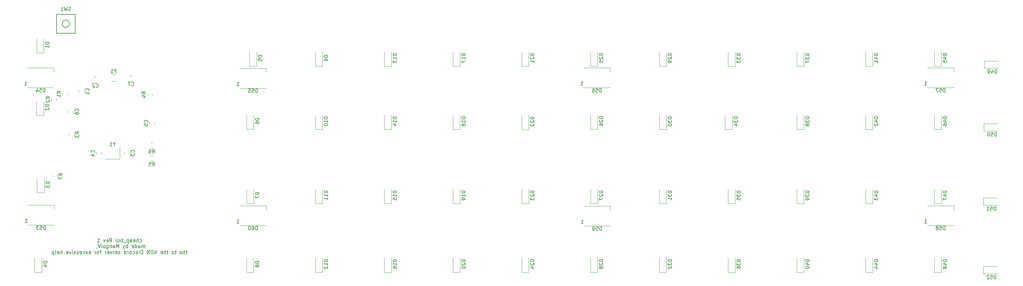
<source format=gbr>
%TF.GenerationSoftware,KiCad,Pcbnew,5.1.6*%
%TF.CreationDate,2020-06-22T15:50:55+02:00*%
%TF.ProjectId,cheap_boi,63686561-705f-4626-9f69-2e6b69636164,rev?*%
%TF.SameCoordinates,Original*%
%TF.FileFunction,Legend,Bot*%
%TF.FilePolarity,Positive*%
%FSLAX46Y46*%
G04 Gerber Fmt 4.6, Leading zero omitted, Abs format (unit mm)*
G04 Created by KiCad (PCBNEW 5.1.6) date 2020-06-22 15:50:55*
%MOMM*%
%LPD*%
G01*
G04 APERTURE LIST*
%ADD10C,0.150000*%
%ADD11C,0.120000*%
G04 APERTURE END LIST*
D10*
X109124047Y-97814761D02*
X109219285Y-97862380D01*
X109409761Y-97862380D01*
X109505000Y-97814761D01*
X109552619Y-97767142D01*
X109600238Y-97671904D01*
X109600238Y-97386190D01*
X109552619Y-97290952D01*
X109505000Y-97243333D01*
X109409761Y-97195714D01*
X109219285Y-97195714D01*
X109124047Y-97243333D01*
X108695476Y-97862380D02*
X108695476Y-96862380D01*
X108266904Y-97862380D02*
X108266904Y-97338571D01*
X108314523Y-97243333D01*
X108409761Y-97195714D01*
X108552619Y-97195714D01*
X108647857Y-97243333D01*
X108695476Y-97290952D01*
X107409761Y-97814761D02*
X107505000Y-97862380D01*
X107695476Y-97862380D01*
X107790714Y-97814761D01*
X107838333Y-97719523D01*
X107838333Y-97338571D01*
X107790714Y-97243333D01*
X107695476Y-97195714D01*
X107505000Y-97195714D01*
X107409761Y-97243333D01*
X107362142Y-97338571D01*
X107362142Y-97433809D01*
X107838333Y-97529047D01*
X106505000Y-97862380D02*
X106505000Y-97338571D01*
X106552619Y-97243333D01*
X106647857Y-97195714D01*
X106838333Y-97195714D01*
X106933571Y-97243333D01*
X106505000Y-97814761D02*
X106600238Y-97862380D01*
X106838333Y-97862380D01*
X106933571Y-97814761D01*
X106981190Y-97719523D01*
X106981190Y-97624285D01*
X106933571Y-97529047D01*
X106838333Y-97481428D01*
X106600238Y-97481428D01*
X106505000Y-97433809D01*
X106028809Y-97195714D02*
X106028809Y-98195714D01*
X106028809Y-97243333D02*
X105933571Y-97195714D01*
X105743095Y-97195714D01*
X105647857Y-97243333D01*
X105600238Y-97290952D01*
X105552619Y-97386190D01*
X105552619Y-97671904D01*
X105600238Y-97767142D01*
X105647857Y-97814761D01*
X105743095Y-97862380D01*
X105933571Y-97862380D01*
X106028809Y-97814761D01*
X105362142Y-97957619D02*
X104600238Y-97957619D01*
X104362142Y-97862380D02*
X104362142Y-96862380D01*
X104362142Y-97243333D02*
X104266904Y-97195714D01*
X104076428Y-97195714D01*
X103981190Y-97243333D01*
X103933571Y-97290952D01*
X103885952Y-97386190D01*
X103885952Y-97671904D01*
X103933571Y-97767142D01*
X103981190Y-97814761D01*
X104076428Y-97862380D01*
X104266904Y-97862380D01*
X104362142Y-97814761D01*
X103314523Y-97862380D02*
X103409761Y-97814761D01*
X103457380Y-97767142D01*
X103505000Y-97671904D01*
X103505000Y-97386190D01*
X103457380Y-97290952D01*
X103409761Y-97243333D01*
X103314523Y-97195714D01*
X103171666Y-97195714D01*
X103076428Y-97243333D01*
X103028809Y-97290952D01*
X102981190Y-97386190D01*
X102981190Y-97671904D01*
X103028809Y-97767142D01*
X103076428Y-97814761D01*
X103171666Y-97862380D01*
X103314523Y-97862380D01*
X102552619Y-97862380D02*
X102552619Y-97195714D01*
X102552619Y-96862380D02*
X102600238Y-96910000D01*
X102552619Y-96957619D01*
X102505000Y-96910000D01*
X102552619Y-96862380D01*
X102552619Y-96957619D01*
X100743095Y-97862380D02*
X101076428Y-97386190D01*
X101314523Y-97862380D02*
X101314523Y-96862380D01*
X100933571Y-96862380D01*
X100838333Y-96910000D01*
X100790714Y-96957619D01*
X100743095Y-97052857D01*
X100743095Y-97195714D01*
X100790714Y-97290952D01*
X100838333Y-97338571D01*
X100933571Y-97386190D01*
X101314523Y-97386190D01*
X99933571Y-97814761D02*
X100028809Y-97862380D01*
X100219285Y-97862380D01*
X100314523Y-97814761D01*
X100362142Y-97719523D01*
X100362142Y-97338571D01*
X100314523Y-97243333D01*
X100219285Y-97195714D01*
X100028809Y-97195714D01*
X99933571Y-97243333D01*
X99885952Y-97338571D01*
X99885952Y-97433809D01*
X100362142Y-97529047D01*
X99552619Y-97195714D02*
X99314523Y-97862380D01*
X99076428Y-97195714D01*
X97409761Y-97862380D02*
X97981190Y-97862380D01*
X97695476Y-97862380D02*
X97695476Y-96862380D01*
X97790714Y-97005238D01*
X97885952Y-97100476D01*
X97981190Y-97148095D01*
X110528809Y-99512380D02*
X110528809Y-98845714D01*
X110528809Y-98940952D02*
X110481190Y-98893333D01*
X110385952Y-98845714D01*
X110243095Y-98845714D01*
X110147857Y-98893333D01*
X110100238Y-98988571D01*
X110100238Y-99512380D01*
X110100238Y-98988571D02*
X110052619Y-98893333D01*
X109957380Y-98845714D01*
X109814523Y-98845714D01*
X109719285Y-98893333D01*
X109671666Y-98988571D01*
X109671666Y-99512380D01*
X108766904Y-99512380D02*
X108766904Y-98988571D01*
X108814523Y-98893333D01*
X108909761Y-98845714D01*
X109100238Y-98845714D01*
X109195476Y-98893333D01*
X108766904Y-99464761D02*
X108862142Y-99512380D01*
X109100238Y-99512380D01*
X109195476Y-99464761D01*
X109243095Y-99369523D01*
X109243095Y-99274285D01*
X109195476Y-99179047D01*
X109100238Y-99131428D01*
X108862142Y-99131428D01*
X108766904Y-99083809D01*
X107862142Y-99512380D02*
X107862142Y-98512380D01*
X107862142Y-99464761D02*
X107957380Y-99512380D01*
X108147857Y-99512380D01*
X108243095Y-99464761D01*
X108290714Y-99417142D01*
X108338333Y-99321904D01*
X108338333Y-99036190D01*
X108290714Y-98940952D01*
X108243095Y-98893333D01*
X108147857Y-98845714D01*
X107957380Y-98845714D01*
X107862142Y-98893333D01*
X107005000Y-99464761D02*
X107100238Y-99512380D01*
X107290714Y-99512380D01*
X107385952Y-99464761D01*
X107433571Y-99369523D01*
X107433571Y-98988571D01*
X107385952Y-98893333D01*
X107290714Y-98845714D01*
X107100238Y-98845714D01*
X107005000Y-98893333D01*
X106957380Y-98988571D01*
X106957380Y-99083809D01*
X107433571Y-99179047D01*
X105766904Y-99512380D02*
X105766904Y-98512380D01*
X105766904Y-98893333D02*
X105671666Y-98845714D01*
X105481190Y-98845714D01*
X105385952Y-98893333D01*
X105338333Y-98940952D01*
X105290714Y-99036190D01*
X105290714Y-99321904D01*
X105338333Y-99417142D01*
X105385952Y-99464761D01*
X105481190Y-99512380D01*
X105671666Y-99512380D01*
X105766904Y-99464761D01*
X104957380Y-98845714D02*
X104719285Y-99512380D01*
X104481190Y-98845714D02*
X104719285Y-99512380D01*
X104814523Y-99750476D01*
X104862142Y-99798095D01*
X104957380Y-99845714D01*
X103338333Y-99512380D02*
X103338333Y-98512380D01*
X103005000Y-99226666D01*
X102671666Y-98512380D01*
X102671666Y-99512380D01*
X101766904Y-99512380D02*
X101766904Y-98988571D01*
X101814523Y-98893333D01*
X101909761Y-98845714D01*
X102100238Y-98845714D01*
X102195476Y-98893333D01*
X101766904Y-99464761D02*
X101862142Y-99512380D01*
X102100238Y-99512380D01*
X102195476Y-99464761D01*
X102243095Y-99369523D01*
X102243095Y-99274285D01*
X102195476Y-99179047D01*
X102100238Y-99131428D01*
X101862142Y-99131428D01*
X101766904Y-99083809D01*
X101290714Y-98845714D02*
X101290714Y-99512380D01*
X101290714Y-98940952D02*
X101243095Y-98893333D01*
X101147857Y-98845714D01*
X101005000Y-98845714D01*
X100909761Y-98893333D01*
X100862142Y-98988571D01*
X100862142Y-99512380D01*
X99957380Y-98845714D02*
X99957380Y-99655238D01*
X100005000Y-99750476D01*
X100052619Y-99798095D01*
X100147857Y-99845714D01*
X100290714Y-99845714D01*
X100385952Y-99798095D01*
X99957380Y-99464761D02*
X100052619Y-99512380D01*
X100243095Y-99512380D01*
X100338333Y-99464761D01*
X100385952Y-99417142D01*
X100433571Y-99321904D01*
X100433571Y-99036190D01*
X100385952Y-98940952D01*
X100338333Y-98893333D01*
X100243095Y-98845714D01*
X100052619Y-98845714D01*
X99957380Y-98893333D01*
X99338333Y-99512380D02*
X99433571Y-99464761D01*
X99481190Y-99417142D01*
X99528809Y-99321904D01*
X99528809Y-99036190D01*
X99481190Y-98940952D01*
X99433571Y-98893333D01*
X99338333Y-98845714D01*
X99195476Y-98845714D01*
X99100238Y-98893333D01*
X99052619Y-98940952D01*
X99005000Y-99036190D01*
X99005000Y-99321904D01*
X99052619Y-99417142D01*
X99100238Y-99464761D01*
X99195476Y-99512380D01*
X99338333Y-99512380D01*
X98576428Y-99512380D02*
X98576428Y-98512380D01*
X98243095Y-98512380D02*
X97909761Y-99512380D01*
X97576428Y-98512380D01*
X97195476Y-99464761D02*
X97195476Y-99512380D01*
X97243095Y-99607619D01*
X97290714Y-99655238D01*
X122266904Y-100495714D02*
X121885952Y-100495714D01*
X122124047Y-100162380D02*
X122124047Y-101019523D01*
X122076428Y-101114761D01*
X121981190Y-101162380D01*
X121885952Y-101162380D01*
X121552619Y-101162380D02*
X121552619Y-100162380D01*
X121124047Y-101162380D02*
X121124047Y-100638571D01*
X121171666Y-100543333D01*
X121266904Y-100495714D01*
X121409761Y-100495714D01*
X121505000Y-100543333D01*
X121552619Y-100590952D01*
X120743095Y-101162380D02*
X120219285Y-100495714D01*
X120743095Y-100495714D02*
X120219285Y-101162380D01*
X119219285Y-100495714D02*
X118838333Y-100495714D01*
X119076428Y-100162380D02*
X119076428Y-101019523D01*
X119028809Y-101114761D01*
X118933571Y-101162380D01*
X118838333Y-101162380D01*
X118362142Y-101162380D02*
X118457380Y-101114761D01*
X118505000Y-101067142D01*
X118552619Y-100971904D01*
X118552619Y-100686190D01*
X118505000Y-100590952D01*
X118457380Y-100543333D01*
X118362142Y-100495714D01*
X118219285Y-100495714D01*
X118124047Y-100543333D01*
X118076428Y-100590952D01*
X118028809Y-100686190D01*
X118028809Y-100971904D01*
X118076428Y-101067142D01*
X118124047Y-101114761D01*
X118219285Y-101162380D01*
X118362142Y-101162380D01*
X116981190Y-100495714D02*
X116600238Y-100495714D01*
X116838333Y-100162380D02*
X116838333Y-101019523D01*
X116790714Y-101114761D01*
X116695476Y-101162380D01*
X116600238Y-101162380D01*
X116266904Y-101162380D02*
X116266904Y-100162380D01*
X115838333Y-101162380D02*
X115838333Y-100638571D01*
X115885952Y-100543333D01*
X115981190Y-100495714D01*
X116124047Y-100495714D01*
X116219285Y-100543333D01*
X116266904Y-100590952D01*
X114981190Y-101114761D02*
X115076428Y-101162380D01*
X115266904Y-101162380D01*
X115362142Y-101114761D01*
X115409761Y-101019523D01*
X115409761Y-100638571D01*
X115362142Y-100543333D01*
X115266904Y-100495714D01*
X115076428Y-100495714D01*
X114981190Y-100543333D01*
X114933571Y-100638571D01*
X114933571Y-100733809D01*
X115409761Y-100829047D01*
X113314523Y-100495714D02*
X113314523Y-101162380D01*
X113552619Y-100114761D02*
X113790714Y-100829047D01*
X113171666Y-100829047D01*
X112600238Y-100162380D02*
X112505000Y-100162380D01*
X112409761Y-100210000D01*
X112362142Y-100257619D01*
X112314523Y-100352857D01*
X112266904Y-100543333D01*
X112266904Y-100781428D01*
X112314523Y-100971904D01*
X112362142Y-101067142D01*
X112409761Y-101114761D01*
X112505000Y-101162380D01*
X112600238Y-101162380D01*
X112695476Y-101114761D01*
X112743095Y-101067142D01*
X112790714Y-100971904D01*
X112838333Y-100781428D01*
X112838333Y-100543333D01*
X112790714Y-100352857D01*
X112743095Y-100257619D01*
X112695476Y-100210000D01*
X112600238Y-100162380D01*
X111885952Y-101162380D02*
X111124047Y-100162380D01*
X111743095Y-100162380D02*
X111647857Y-100210000D01*
X111600238Y-100305238D01*
X111647857Y-100400476D01*
X111743095Y-100448095D01*
X111838333Y-100400476D01*
X111885952Y-100305238D01*
X111838333Y-100210000D01*
X111743095Y-100162380D01*
X111171666Y-101114761D02*
X111124047Y-101019523D01*
X111171666Y-100924285D01*
X111266904Y-100876666D01*
X111362142Y-100924285D01*
X111409761Y-101019523D01*
X111362142Y-101114761D01*
X111266904Y-101162380D01*
X111171666Y-101114761D01*
X109933571Y-101162380D02*
X109933571Y-100162380D01*
X109695476Y-100162380D01*
X109552619Y-100210000D01*
X109457380Y-100305238D01*
X109409761Y-100400476D01*
X109362142Y-100590952D01*
X109362142Y-100733809D01*
X109409761Y-100924285D01*
X109457380Y-101019523D01*
X109552619Y-101114761D01*
X109695476Y-101162380D01*
X109933571Y-101162380D01*
X108933571Y-101162380D02*
X108933571Y-100495714D01*
X108933571Y-100162380D02*
X108981190Y-100210000D01*
X108933571Y-100257619D01*
X108885952Y-100210000D01*
X108933571Y-100162380D01*
X108933571Y-100257619D01*
X108505000Y-101114761D02*
X108409761Y-101162380D01*
X108219285Y-101162380D01*
X108124047Y-101114761D01*
X108076428Y-101019523D01*
X108076428Y-100971904D01*
X108124047Y-100876666D01*
X108219285Y-100829047D01*
X108362142Y-100829047D01*
X108457380Y-100781428D01*
X108505000Y-100686190D01*
X108505000Y-100638571D01*
X108457380Y-100543333D01*
X108362142Y-100495714D01*
X108219285Y-100495714D01*
X108124047Y-100543333D01*
X107219285Y-101114761D02*
X107314523Y-101162380D01*
X107505000Y-101162380D01*
X107600238Y-101114761D01*
X107647857Y-101067142D01*
X107695476Y-100971904D01*
X107695476Y-100686190D01*
X107647857Y-100590952D01*
X107600238Y-100543333D01*
X107505000Y-100495714D01*
X107314523Y-100495714D01*
X107219285Y-100543333D01*
X106647857Y-101162380D02*
X106743095Y-101114761D01*
X106790714Y-101067142D01*
X106838333Y-100971904D01*
X106838333Y-100686190D01*
X106790714Y-100590952D01*
X106743095Y-100543333D01*
X106647857Y-100495714D01*
X106505000Y-100495714D01*
X106409761Y-100543333D01*
X106362142Y-100590952D01*
X106314523Y-100686190D01*
X106314523Y-100971904D01*
X106362142Y-101067142D01*
X106409761Y-101114761D01*
X106505000Y-101162380D01*
X106647857Y-101162380D01*
X105885952Y-101162380D02*
X105885952Y-100495714D01*
X105885952Y-100686190D02*
X105838333Y-100590952D01*
X105790714Y-100543333D01*
X105695476Y-100495714D01*
X105600238Y-100495714D01*
X104838333Y-101162380D02*
X104838333Y-100162380D01*
X104838333Y-101114761D02*
X104933571Y-101162380D01*
X105124047Y-101162380D01*
X105219285Y-101114761D01*
X105266904Y-101067142D01*
X105314523Y-100971904D01*
X105314523Y-100686190D01*
X105266904Y-100590952D01*
X105219285Y-100543333D01*
X105124047Y-100495714D01*
X104933571Y-100495714D01*
X104838333Y-100543333D01*
X103647857Y-101114761D02*
X103552619Y-101162380D01*
X103362142Y-101162380D01*
X103266904Y-101114761D01*
X103219285Y-101019523D01*
X103219285Y-100971904D01*
X103266904Y-100876666D01*
X103362142Y-100829047D01*
X103505000Y-100829047D01*
X103600238Y-100781428D01*
X103647857Y-100686190D01*
X103647857Y-100638571D01*
X103600238Y-100543333D01*
X103505000Y-100495714D01*
X103362142Y-100495714D01*
X103266904Y-100543333D01*
X102409761Y-101114761D02*
X102505000Y-101162380D01*
X102695476Y-101162380D01*
X102790714Y-101114761D01*
X102838333Y-101019523D01*
X102838333Y-100638571D01*
X102790714Y-100543333D01*
X102695476Y-100495714D01*
X102505000Y-100495714D01*
X102409761Y-100543333D01*
X102362142Y-100638571D01*
X102362142Y-100733809D01*
X102838333Y-100829047D01*
X101933571Y-101162380D02*
X101933571Y-100495714D01*
X101933571Y-100686190D02*
X101885952Y-100590952D01*
X101838333Y-100543333D01*
X101743095Y-100495714D01*
X101647857Y-100495714D01*
X101409761Y-100495714D02*
X101171666Y-101162380D01*
X100933571Y-100495714D01*
X100171666Y-101114761D02*
X100266904Y-101162380D01*
X100457380Y-101162380D01*
X100552619Y-101114761D01*
X100600238Y-101019523D01*
X100600238Y-100638571D01*
X100552619Y-100543333D01*
X100457380Y-100495714D01*
X100266904Y-100495714D01*
X100171666Y-100543333D01*
X100124047Y-100638571D01*
X100124047Y-100733809D01*
X100600238Y-100829047D01*
X99695476Y-101162380D02*
X99695476Y-100495714D01*
X99695476Y-100686190D02*
X99647857Y-100590952D01*
X99600238Y-100543333D01*
X99505000Y-100495714D01*
X99409761Y-100495714D01*
X98457380Y-100495714D02*
X98076428Y-100495714D01*
X98314523Y-101162380D02*
X98314523Y-100305238D01*
X98266904Y-100210000D01*
X98171666Y-100162380D01*
X98076428Y-100162380D01*
X97600238Y-101162380D02*
X97695476Y-101114761D01*
X97743095Y-101067142D01*
X97790714Y-100971904D01*
X97790714Y-100686190D01*
X97743095Y-100590952D01*
X97695476Y-100543333D01*
X97600238Y-100495714D01*
X97457380Y-100495714D01*
X97362142Y-100543333D01*
X97314523Y-100590952D01*
X97266904Y-100686190D01*
X97266904Y-100971904D01*
X97314523Y-101067142D01*
X97362142Y-101114761D01*
X97457380Y-101162380D01*
X97600238Y-101162380D01*
X96838333Y-101162380D02*
X96838333Y-100495714D01*
X96838333Y-100686190D02*
X96790714Y-100590952D01*
X96743095Y-100543333D01*
X96647857Y-100495714D01*
X96552619Y-100495714D01*
X95076428Y-101114761D02*
X95171666Y-101162380D01*
X95362142Y-101162380D01*
X95457380Y-101114761D01*
X95505000Y-101019523D01*
X95505000Y-100638571D01*
X95457380Y-100543333D01*
X95362142Y-100495714D01*
X95171666Y-100495714D01*
X95076428Y-100543333D01*
X95028809Y-100638571D01*
X95028809Y-100733809D01*
X95505000Y-100829047D01*
X94695476Y-101162380D02*
X94171666Y-100495714D01*
X94695476Y-100495714D02*
X94171666Y-101162380D01*
X93362142Y-101114761D02*
X93457380Y-101162380D01*
X93647857Y-101162380D01*
X93743095Y-101114761D01*
X93790714Y-101067142D01*
X93838333Y-100971904D01*
X93838333Y-100686190D01*
X93790714Y-100590952D01*
X93743095Y-100543333D01*
X93647857Y-100495714D01*
X93457380Y-100495714D01*
X93362142Y-100543333D01*
X92552619Y-101114761D02*
X92647857Y-101162380D01*
X92838333Y-101162380D01*
X92933571Y-101114761D01*
X92981190Y-101019523D01*
X92981190Y-100638571D01*
X92933571Y-100543333D01*
X92838333Y-100495714D01*
X92647857Y-100495714D01*
X92552619Y-100543333D01*
X92505000Y-100638571D01*
X92505000Y-100733809D01*
X92981190Y-100829047D01*
X92124047Y-101114761D02*
X92028809Y-101162380D01*
X91838333Y-101162380D01*
X91743095Y-101114761D01*
X91695476Y-101019523D01*
X91695476Y-100971904D01*
X91743095Y-100876666D01*
X91838333Y-100829047D01*
X91981190Y-100829047D01*
X92076428Y-100781428D01*
X92124047Y-100686190D01*
X92124047Y-100638571D01*
X92076428Y-100543333D01*
X91981190Y-100495714D01*
X91838333Y-100495714D01*
X91743095Y-100543333D01*
X91314523Y-101114761D02*
X91219285Y-101162380D01*
X91028809Y-101162380D01*
X90933571Y-101114761D01*
X90885952Y-101019523D01*
X90885952Y-100971904D01*
X90933571Y-100876666D01*
X91028809Y-100829047D01*
X91171666Y-100829047D01*
X91266904Y-100781428D01*
X91314523Y-100686190D01*
X91314523Y-100638571D01*
X91266904Y-100543333D01*
X91171666Y-100495714D01*
X91028809Y-100495714D01*
X90933571Y-100543333D01*
X90457380Y-101162380D02*
X90457380Y-100495714D01*
X90457380Y-100162380D02*
X90505000Y-100210000D01*
X90457380Y-100257619D01*
X90409761Y-100210000D01*
X90457380Y-100162380D01*
X90457380Y-100257619D01*
X90076428Y-100495714D02*
X89838333Y-101162380D01*
X89600238Y-100495714D01*
X88838333Y-101114761D02*
X88933571Y-101162380D01*
X89124047Y-101162380D01*
X89219285Y-101114761D01*
X89266904Y-101019523D01*
X89266904Y-100638571D01*
X89219285Y-100543333D01*
X89124047Y-100495714D01*
X88933571Y-100495714D01*
X88838333Y-100543333D01*
X88790714Y-100638571D01*
X88790714Y-100733809D01*
X89266904Y-100829047D01*
X87600238Y-101162380D02*
X87600238Y-100162380D01*
X87171666Y-101162380D02*
X87171666Y-100638571D01*
X87219285Y-100543333D01*
X87314523Y-100495714D01*
X87457380Y-100495714D01*
X87552619Y-100543333D01*
X87600238Y-100590952D01*
X86314523Y-101114761D02*
X86409761Y-101162380D01*
X86600238Y-101162380D01*
X86695476Y-101114761D01*
X86743095Y-101019523D01*
X86743095Y-100638571D01*
X86695476Y-100543333D01*
X86600238Y-100495714D01*
X86409761Y-100495714D01*
X86314523Y-100543333D01*
X86266904Y-100638571D01*
X86266904Y-100733809D01*
X86743095Y-100829047D01*
X85695476Y-101162380D02*
X85790714Y-101114761D01*
X85838333Y-101019523D01*
X85838333Y-100162380D01*
X85314523Y-100495714D02*
X85314523Y-101495714D01*
X85314523Y-100543333D02*
X85219285Y-100495714D01*
X85028809Y-100495714D01*
X84933571Y-100543333D01*
X84885952Y-100590952D01*
X84838333Y-100686190D01*
X84838333Y-100971904D01*
X84885952Y-101067142D01*
X84933571Y-101114761D01*
X85028809Y-101162380D01*
X85219285Y-101162380D01*
X85314523Y-101114761D01*
D11*
%TO.C,D1*%
X82534000Y-45430000D02*
X80534000Y-45430000D01*
X80534000Y-45430000D02*
X80534000Y-41530000D01*
X82534000Y-45430000D02*
X82534000Y-41530000D01*
%TO.C,D54*%
X85311000Y-49574000D02*
X85311000Y-50724000D01*
X78011000Y-49574000D02*
X85311000Y-49574000D01*
X78011000Y-55074000D02*
X85311000Y-55074000D01*
%TO.C,R7*%
X84888000Y-79887578D02*
X84888000Y-79370422D01*
X86308000Y-79887578D02*
X86308000Y-79370422D01*
%TO.C,D60*%
X144112000Y-87801000D02*
X144112000Y-88951000D01*
X136812000Y-87801000D02*
X144112000Y-87801000D01*
X136812000Y-93301000D02*
X144112000Y-93301000D01*
%TO.C,D59*%
X239489000Y-87928000D02*
X239489000Y-89078000D01*
X232189000Y-87928000D02*
X239489000Y-87928000D01*
X232189000Y-93428000D02*
X239489000Y-93428000D01*
%TO.C,D58*%
X334612000Y-87801000D02*
X334612000Y-88951000D01*
X327312000Y-87801000D02*
X334612000Y-87801000D01*
X327312000Y-93301000D02*
X334612000Y-93301000D01*
%TO.C,D57*%
X334612000Y-49574000D02*
X334612000Y-50724000D01*
X327312000Y-49574000D02*
X334612000Y-49574000D01*
X327312000Y-55074000D02*
X334612000Y-55074000D01*
%TO.C,D56*%
X239362000Y-49574000D02*
X239362000Y-50724000D01*
X232062000Y-49574000D02*
X239362000Y-49574000D01*
X232062000Y-55074000D02*
X239362000Y-55074000D01*
%TO.C,D55*%
X144112000Y-49701000D02*
X144112000Y-50851000D01*
X136812000Y-49701000D02*
X144112000Y-49701000D01*
X136812000Y-55201000D02*
X144112000Y-55201000D01*
%TO.C,D53*%
X85438000Y-87674000D02*
X85438000Y-88824000D01*
X78138000Y-87674000D02*
X85438000Y-87674000D01*
X78138000Y-93174000D02*
X85438000Y-93174000D01*
%TO.C,R6*%
X112136422Y-70410000D02*
X112653578Y-70410000D01*
X112136422Y-71830000D02*
X112653578Y-71830000D01*
%TO.C,R3*%
X90880000Y-68282078D02*
X90880000Y-67764922D01*
X89460000Y-68282078D02*
X89460000Y-67764922D01*
%TO.C,F1*%
X102456064Y-51414000D02*
X101251936Y-51414000D01*
X102456064Y-53234000D02*
X101251936Y-53234000D01*
%TO.C,R5*%
X112184922Y-73966000D02*
X112702078Y-73966000D01*
X112184922Y-75386000D02*
X112702078Y-75386000D01*
%TO.C,Y1*%
X103557000Y-71590000D02*
X103557000Y-74890000D01*
X103557000Y-74890000D02*
X99557000Y-74890000D01*
D10*
%TO.C,SW1*%
X89646000Y-37338000D02*
G75*
G03*
X89646000Y-37338000I-1000000J0D01*
G01*
X86046000Y-34738000D02*
X86046000Y-39938000D01*
X91246000Y-34738000D02*
X86046000Y-34738000D01*
X91246000Y-39938000D02*
X91246000Y-34738000D01*
X86046000Y-39938000D02*
X91246000Y-39938000D01*
D11*
%TO.C,R4*%
X111177000Y-56715922D02*
X111177000Y-57233078D01*
X112597000Y-56715922D02*
X112597000Y-57233078D01*
%TO.C,R2*%
X84634000Y-58082922D02*
X84634000Y-58600078D01*
X86054000Y-58082922D02*
X86054000Y-58600078D01*
%TO.C,R1*%
X87682000Y-56558922D02*
X87682000Y-57076078D01*
X89102000Y-56558922D02*
X89102000Y-57076078D01*
%TO.C,D52*%
X342809000Y-106664000D02*
X342809000Y-104664000D01*
X342809000Y-104664000D02*
X346709000Y-104664000D01*
X342809000Y-106664000D02*
X346709000Y-106664000D01*
%TO.C,D51*%
X342808000Y-87614000D02*
X342808000Y-85614000D01*
X342808000Y-85614000D02*
X346708000Y-85614000D01*
X342808000Y-87614000D02*
X346708000Y-87614000D01*
%TO.C,D50*%
X342935000Y-67040000D02*
X342935000Y-65040000D01*
X342935000Y-65040000D02*
X346835000Y-65040000D01*
X342935000Y-67040000D02*
X346835000Y-67040000D01*
%TO.C,D49*%
X343063000Y-49641000D02*
X343063000Y-47641000D01*
X343063000Y-47641000D02*
X346963000Y-47641000D01*
X343063000Y-49641000D02*
X346963000Y-49641000D01*
%TO.C,D48*%
X331200000Y-106231250D02*
X329200000Y-106231250D01*
X329200000Y-106231250D02*
X329200000Y-102331250D01*
X331200000Y-106231250D02*
X331200000Y-102331250D01*
%TO.C,D47*%
X331200000Y-87181250D02*
X329200000Y-87181250D01*
X329200000Y-87181250D02*
X329200000Y-83281250D01*
X331200000Y-87181250D02*
X331200000Y-83281250D01*
%TO.C,D46*%
X331200000Y-66631250D02*
X329200000Y-66631250D01*
X329200000Y-66631250D02*
X329200000Y-62731250D01*
X331200000Y-66631250D02*
X331200000Y-62731250D01*
%TO.C,D45*%
X331200000Y-49081250D02*
X329200000Y-49081250D01*
X329200000Y-49081250D02*
X329200000Y-45181250D01*
X331200000Y-49081250D02*
X331200000Y-45181250D01*
%TO.C,D44*%
X312150000Y-106231250D02*
X310150000Y-106231250D01*
X310150000Y-106231250D02*
X310150000Y-102331250D01*
X312150000Y-106231250D02*
X312150000Y-102331250D01*
%TO.C,D43*%
X312150000Y-87181250D02*
X310150000Y-87181250D01*
X310150000Y-87181250D02*
X310150000Y-83281250D01*
X312150000Y-87181250D02*
X312150000Y-83281250D01*
%TO.C,D42*%
X312150000Y-66631250D02*
X310150000Y-66631250D01*
X310150000Y-66631250D02*
X310150000Y-62731250D01*
X312150000Y-66631250D02*
X312150000Y-62731250D01*
%TO.C,D41*%
X312150000Y-49081250D02*
X310150000Y-49081250D01*
X310150000Y-49081250D02*
X310150000Y-45181250D01*
X312150000Y-49081250D02*
X312150000Y-45181250D01*
%TO.C,D40*%
X293100000Y-106231250D02*
X291100000Y-106231250D01*
X291100000Y-106231250D02*
X291100000Y-102331250D01*
X293100000Y-106231250D02*
X293100000Y-102331250D01*
%TO.C,D39*%
X293100000Y-87181250D02*
X291100000Y-87181250D01*
X291100000Y-87181250D02*
X291100000Y-83281250D01*
X293100000Y-87181250D02*
X293100000Y-83281250D01*
%TO.C,D38*%
X293100000Y-66631250D02*
X291100000Y-66631250D01*
X291100000Y-66631250D02*
X291100000Y-62731250D01*
X293100000Y-66631250D02*
X293100000Y-62731250D01*
%TO.C,D37*%
X293100000Y-49081250D02*
X291100000Y-49081250D01*
X291100000Y-49081250D02*
X291100000Y-45181250D01*
X293100000Y-49081250D02*
X293100000Y-45181250D01*
%TO.C,D36*%
X274050000Y-106231250D02*
X272050000Y-106231250D01*
X272050000Y-106231250D02*
X272050000Y-102331250D01*
X274050000Y-106231250D02*
X274050000Y-102331250D01*
%TO.C,D35*%
X274050000Y-87181250D02*
X272050000Y-87181250D01*
X272050000Y-87181250D02*
X272050000Y-83281250D01*
X274050000Y-87181250D02*
X274050000Y-83281250D01*
%TO.C,D34*%
X273256250Y-66631250D02*
X271256250Y-66631250D01*
X271256250Y-66631250D02*
X271256250Y-62731250D01*
X273256250Y-66631250D02*
X273256250Y-62731250D01*
%TO.C,D33*%
X274050000Y-49081250D02*
X272050000Y-49081250D01*
X272050000Y-49081250D02*
X272050000Y-45181250D01*
X274050000Y-49081250D02*
X274050000Y-45181250D01*
%TO.C,D32*%
X255000000Y-106231250D02*
X253000000Y-106231250D01*
X253000000Y-106231250D02*
X253000000Y-102331250D01*
X255000000Y-106231250D02*
X255000000Y-102331250D01*
%TO.C,D31*%
X255000000Y-87181250D02*
X253000000Y-87181250D01*
X253000000Y-87181250D02*
X253000000Y-83281250D01*
X255000000Y-87181250D02*
X255000000Y-83281250D01*
%TO.C,D30*%
X255000000Y-66631250D02*
X253000000Y-66631250D01*
X253000000Y-66631250D02*
X253000000Y-62731250D01*
X255000000Y-66631250D02*
X255000000Y-62731250D01*
%TO.C,D29*%
X255000000Y-49081250D02*
X253000000Y-49081250D01*
X253000000Y-49081250D02*
X253000000Y-45181250D01*
X255000000Y-49081250D02*
X255000000Y-45181250D01*
%TO.C,D28*%
X235950000Y-106231250D02*
X233950000Y-106231250D01*
X233950000Y-106231250D02*
X233950000Y-102331250D01*
X235950000Y-106231250D02*
X235950000Y-102331250D01*
%TO.C,D27*%
X235950000Y-87181250D02*
X233950000Y-87181250D01*
X233950000Y-87181250D02*
X233950000Y-83281250D01*
X235950000Y-87181250D02*
X235950000Y-83281250D01*
%TO.C,D26*%
X235950000Y-66568750D02*
X233950000Y-66568750D01*
X233950000Y-66568750D02*
X233950000Y-62668750D01*
X235950000Y-66568750D02*
X235950000Y-62668750D01*
%TO.C,D25*%
X235950000Y-49081250D02*
X233950000Y-49081250D01*
X233950000Y-49081250D02*
X233950000Y-45181250D01*
X235950000Y-49081250D02*
X235950000Y-45181250D01*
%TO.C,D24*%
X216900000Y-106231250D02*
X214900000Y-106231250D01*
X214900000Y-106231250D02*
X214900000Y-102331250D01*
X216900000Y-106231250D02*
X216900000Y-102331250D01*
%TO.C,D23*%
X216900000Y-87181250D02*
X214900000Y-87181250D01*
X214900000Y-87181250D02*
X214900000Y-83281250D01*
X216900000Y-87181250D02*
X216900000Y-83281250D01*
%TO.C,D22*%
X216900000Y-66693750D02*
X214900000Y-66693750D01*
X214900000Y-66693750D02*
X214900000Y-62793750D01*
X216900000Y-66693750D02*
X216900000Y-62793750D01*
%TO.C,D21*%
X216900000Y-49081250D02*
X214900000Y-49081250D01*
X214900000Y-49081250D02*
X214900000Y-45181250D01*
X216900000Y-49081250D02*
X216900000Y-45181250D01*
%TO.C,D20*%
X197850000Y-106231250D02*
X195850000Y-106231250D01*
X195850000Y-106231250D02*
X195850000Y-102331250D01*
X197850000Y-106231250D02*
X197850000Y-102331250D01*
%TO.C,D19*%
X197850000Y-87181250D02*
X195850000Y-87181250D01*
X195850000Y-87181250D02*
X195850000Y-83281250D01*
X197850000Y-87181250D02*
X197850000Y-83281250D01*
%TO.C,D18*%
X197850000Y-66631250D02*
X195850000Y-66631250D01*
X195850000Y-66631250D02*
X195850000Y-62731250D01*
X197850000Y-66631250D02*
X197850000Y-62731250D01*
%TO.C,D17*%
X197850000Y-49081250D02*
X195850000Y-49081250D01*
X195850000Y-49081250D02*
X195850000Y-45181250D01*
X197850000Y-49081250D02*
X197850000Y-45181250D01*
%TO.C,D16*%
X178800000Y-106231250D02*
X176800000Y-106231250D01*
X176800000Y-106231250D02*
X176800000Y-102331250D01*
X178800000Y-106231250D02*
X178800000Y-102331250D01*
%TO.C,D15*%
X178800000Y-87181250D02*
X176800000Y-87181250D01*
X176800000Y-87181250D02*
X176800000Y-83281250D01*
X178800000Y-87181250D02*
X178800000Y-83281250D01*
%TO.C,D14*%
X178800000Y-66631250D02*
X176800000Y-66631250D01*
X176800000Y-66631250D02*
X176800000Y-62731250D01*
X178800000Y-66631250D02*
X178800000Y-62731250D01*
%TO.C,D13*%
X178800000Y-49081250D02*
X176800000Y-49081250D01*
X176800000Y-49081250D02*
X176800000Y-45181250D01*
X178800000Y-49081250D02*
X178800000Y-45181250D01*
%TO.C,D12*%
X159750000Y-106231250D02*
X157750000Y-106231250D01*
X157750000Y-106231250D02*
X157750000Y-102331250D01*
X159750000Y-106231250D02*
X159750000Y-102331250D01*
%TO.C,D11*%
X159750000Y-87181250D02*
X157750000Y-87181250D01*
X157750000Y-87181250D02*
X157750000Y-83281250D01*
X159750000Y-87181250D02*
X159750000Y-83281250D01*
%TO.C,D10*%
X159750000Y-66631250D02*
X157750000Y-66631250D01*
X157750000Y-66631250D02*
X157750000Y-62731250D01*
X159750000Y-66631250D02*
X159750000Y-62731250D01*
%TO.C,D9*%
X159750000Y-49081250D02*
X157750000Y-49081250D01*
X157750000Y-49081250D02*
X157750000Y-45181250D01*
X159750000Y-49081250D02*
X159750000Y-45181250D01*
%TO.C,D8*%
X140700000Y-106231250D02*
X138700000Y-106231250D01*
X138700000Y-106231250D02*
X138700000Y-102331250D01*
X140700000Y-106231250D02*
X140700000Y-102331250D01*
%TO.C,D7*%
X140700000Y-87118750D02*
X138700000Y-87118750D01*
X138700000Y-87118750D02*
X138700000Y-83218750D01*
X140700000Y-87118750D02*
X140700000Y-83218750D01*
%TO.C,D6*%
X140700000Y-66568750D02*
X138700000Y-66568750D01*
X138700000Y-66568750D02*
X138700000Y-62668750D01*
X140700000Y-66568750D02*
X140700000Y-62668750D01*
%TO.C,D5*%
X141493750Y-49081250D02*
X139493750Y-49081250D01*
X139493750Y-49081250D02*
X139493750Y-45181250D01*
X141493750Y-49081250D02*
X141493750Y-45181250D01*
%TO.C,D4*%
X81962500Y-106231250D02*
X79962500Y-106231250D01*
X79962500Y-106231250D02*
X79962500Y-102331250D01*
X81962500Y-106231250D02*
X81962500Y-102331250D01*
%TO.C,D3*%
X82661000Y-84164000D02*
X80661000Y-84164000D01*
X80661000Y-84164000D02*
X80661000Y-80264000D01*
X82661000Y-84164000D02*
X82661000Y-80264000D01*
%TO.C,D2*%
X82500000Y-62750000D02*
X80500000Y-62750000D01*
X80500000Y-62750000D02*
X80500000Y-58850000D01*
X82500000Y-62750000D02*
X82500000Y-58850000D01*
%TO.C,C7*%
X106421422Y-53161000D02*
X106938578Y-53161000D01*
X106421422Y-51741000D02*
X106938578Y-51741000D01*
%TO.C,C6*%
X90753000Y-61980578D02*
X90753000Y-61463422D01*
X89333000Y-61980578D02*
X89333000Y-61463422D01*
%TO.C,C5*%
X111812000Y-64638422D02*
X111812000Y-65155578D01*
X113232000Y-64638422D02*
X113232000Y-65155578D01*
%TO.C,C4*%
X97080000Y-73020422D02*
X97080000Y-73537578D01*
X98500000Y-73020422D02*
X98500000Y-73537578D01*
%TO.C,C3*%
X106247000Y-73459078D02*
X106247000Y-72941922D01*
X104827000Y-73459078D02*
X104827000Y-72941922D01*
%TO.C,C2*%
X96563922Y-53542000D02*
X97081078Y-53542000D01*
X96563922Y-52122000D02*
X97081078Y-52122000D01*
%TO.C,C1*%
X93674000Y-56344078D02*
X93674000Y-55826922D01*
X92254000Y-56344078D02*
X92254000Y-55826922D01*
%TO.C,D1*%
D10*
X83986380Y-42441904D02*
X82986380Y-42441904D01*
X82986380Y-42680000D01*
X83034000Y-42822857D01*
X83129238Y-42918095D01*
X83224476Y-42965714D01*
X83414952Y-43013333D01*
X83557809Y-43013333D01*
X83748285Y-42965714D01*
X83843523Y-42918095D01*
X83938761Y-42822857D01*
X83986380Y-42680000D01*
X83986380Y-42441904D01*
X83986380Y-43965714D02*
X83986380Y-43394285D01*
X83986380Y-43680000D02*
X82986380Y-43680000D01*
X83129238Y-43584761D01*
X83224476Y-43489523D01*
X83272095Y-43394285D01*
%TO.C,D54*%
X82875285Y-56276380D02*
X82875285Y-55276380D01*
X82637190Y-55276380D01*
X82494333Y-55324000D01*
X82399095Y-55419238D01*
X82351476Y-55514476D01*
X82303857Y-55704952D01*
X82303857Y-55847809D01*
X82351476Y-56038285D01*
X82399095Y-56133523D01*
X82494333Y-56228761D01*
X82637190Y-56276380D01*
X82875285Y-56276380D01*
X81399095Y-55276380D02*
X81875285Y-55276380D01*
X81922904Y-55752571D01*
X81875285Y-55704952D01*
X81780047Y-55657333D01*
X81541952Y-55657333D01*
X81446714Y-55704952D01*
X81399095Y-55752571D01*
X81351476Y-55847809D01*
X81351476Y-56085904D01*
X81399095Y-56181142D01*
X81446714Y-56228761D01*
X81541952Y-56276380D01*
X81780047Y-56276380D01*
X81875285Y-56228761D01*
X81922904Y-56181142D01*
X80494333Y-55609714D02*
X80494333Y-56276380D01*
X80732428Y-55228761D02*
X80970523Y-55943047D01*
X80351476Y-55943047D01*
X77225285Y-54376380D02*
X77796714Y-54376380D01*
X77511000Y-54376380D02*
X77511000Y-53376380D01*
X77606238Y-53519238D01*
X77701476Y-53614476D01*
X77796714Y-53662095D01*
%TO.C,R7*%
X87700380Y-79462333D02*
X87224190Y-79129000D01*
X87700380Y-78890904D02*
X86700380Y-78890904D01*
X86700380Y-79271857D01*
X86748000Y-79367095D01*
X86795619Y-79414714D01*
X86890857Y-79462333D01*
X87033714Y-79462333D01*
X87128952Y-79414714D01*
X87176571Y-79367095D01*
X87224190Y-79271857D01*
X87224190Y-78890904D01*
X86700380Y-79795666D02*
X86700380Y-80462333D01*
X87700380Y-80033761D01*
%TO.C,D60*%
X141676285Y-94503380D02*
X141676285Y-93503380D01*
X141438190Y-93503380D01*
X141295333Y-93551000D01*
X141200095Y-93646238D01*
X141152476Y-93741476D01*
X141104857Y-93931952D01*
X141104857Y-94074809D01*
X141152476Y-94265285D01*
X141200095Y-94360523D01*
X141295333Y-94455761D01*
X141438190Y-94503380D01*
X141676285Y-94503380D01*
X140247714Y-93503380D02*
X140438190Y-93503380D01*
X140533428Y-93551000D01*
X140581047Y-93598619D01*
X140676285Y-93741476D01*
X140723904Y-93931952D01*
X140723904Y-94312904D01*
X140676285Y-94408142D01*
X140628666Y-94455761D01*
X140533428Y-94503380D01*
X140342952Y-94503380D01*
X140247714Y-94455761D01*
X140200095Y-94408142D01*
X140152476Y-94312904D01*
X140152476Y-94074809D01*
X140200095Y-93979571D01*
X140247714Y-93931952D01*
X140342952Y-93884333D01*
X140533428Y-93884333D01*
X140628666Y-93931952D01*
X140676285Y-93979571D01*
X140723904Y-94074809D01*
X139533428Y-93503380D02*
X139438190Y-93503380D01*
X139342952Y-93551000D01*
X139295333Y-93598619D01*
X139247714Y-93693857D01*
X139200095Y-93884333D01*
X139200095Y-94122428D01*
X139247714Y-94312904D01*
X139295333Y-94408142D01*
X139342952Y-94455761D01*
X139438190Y-94503380D01*
X139533428Y-94503380D01*
X139628666Y-94455761D01*
X139676285Y-94408142D01*
X139723904Y-94312904D01*
X139771523Y-94122428D01*
X139771523Y-93884333D01*
X139723904Y-93693857D01*
X139676285Y-93598619D01*
X139628666Y-93551000D01*
X139533428Y-93503380D01*
X136026285Y-92603380D02*
X136597714Y-92603380D01*
X136312000Y-92603380D02*
X136312000Y-91603380D01*
X136407238Y-91746238D01*
X136502476Y-91841476D01*
X136597714Y-91889095D01*
%TO.C,D59*%
X237053285Y-94630380D02*
X237053285Y-93630380D01*
X236815190Y-93630380D01*
X236672333Y-93678000D01*
X236577095Y-93773238D01*
X236529476Y-93868476D01*
X236481857Y-94058952D01*
X236481857Y-94201809D01*
X236529476Y-94392285D01*
X236577095Y-94487523D01*
X236672333Y-94582761D01*
X236815190Y-94630380D01*
X237053285Y-94630380D01*
X235577095Y-93630380D02*
X236053285Y-93630380D01*
X236100904Y-94106571D01*
X236053285Y-94058952D01*
X235958047Y-94011333D01*
X235719952Y-94011333D01*
X235624714Y-94058952D01*
X235577095Y-94106571D01*
X235529476Y-94201809D01*
X235529476Y-94439904D01*
X235577095Y-94535142D01*
X235624714Y-94582761D01*
X235719952Y-94630380D01*
X235958047Y-94630380D01*
X236053285Y-94582761D01*
X236100904Y-94535142D01*
X235053285Y-94630380D02*
X234862809Y-94630380D01*
X234767571Y-94582761D01*
X234719952Y-94535142D01*
X234624714Y-94392285D01*
X234577095Y-94201809D01*
X234577095Y-93820857D01*
X234624714Y-93725619D01*
X234672333Y-93678000D01*
X234767571Y-93630380D01*
X234958047Y-93630380D01*
X235053285Y-93678000D01*
X235100904Y-93725619D01*
X235148523Y-93820857D01*
X235148523Y-94058952D01*
X235100904Y-94154190D01*
X235053285Y-94201809D01*
X234958047Y-94249428D01*
X234767571Y-94249428D01*
X234672333Y-94201809D01*
X234624714Y-94154190D01*
X234577095Y-94058952D01*
X231403285Y-92730380D02*
X231974714Y-92730380D01*
X231689000Y-92730380D02*
X231689000Y-91730380D01*
X231784238Y-91873238D01*
X231879476Y-91968476D01*
X231974714Y-92016095D01*
%TO.C,D58*%
X332176285Y-94503380D02*
X332176285Y-93503380D01*
X331938190Y-93503380D01*
X331795333Y-93551000D01*
X331700095Y-93646238D01*
X331652476Y-93741476D01*
X331604857Y-93931952D01*
X331604857Y-94074809D01*
X331652476Y-94265285D01*
X331700095Y-94360523D01*
X331795333Y-94455761D01*
X331938190Y-94503380D01*
X332176285Y-94503380D01*
X330700095Y-93503380D02*
X331176285Y-93503380D01*
X331223904Y-93979571D01*
X331176285Y-93931952D01*
X331081047Y-93884333D01*
X330842952Y-93884333D01*
X330747714Y-93931952D01*
X330700095Y-93979571D01*
X330652476Y-94074809D01*
X330652476Y-94312904D01*
X330700095Y-94408142D01*
X330747714Y-94455761D01*
X330842952Y-94503380D01*
X331081047Y-94503380D01*
X331176285Y-94455761D01*
X331223904Y-94408142D01*
X330081047Y-93931952D02*
X330176285Y-93884333D01*
X330223904Y-93836714D01*
X330271523Y-93741476D01*
X330271523Y-93693857D01*
X330223904Y-93598619D01*
X330176285Y-93551000D01*
X330081047Y-93503380D01*
X329890571Y-93503380D01*
X329795333Y-93551000D01*
X329747714Y-93598619D01*
X329700095Y-93693857D01*
X329700095Y-93741476D01*
X329747714Y-93836714D01*
X329795333Y-93884333D01*
X329890571Y-93931952D01*
X330081047Y-93931952D01*
X330176285Y-93979571D01*
X330223904Y-94027190D01*
X330271523Y-94122428D01*
X330271523Y-94312904D01*
X330223904Y-94408142D01*
X330176285Y-94455761D01*
X330081047Y-94503380D01*
X329890571Y-94503380D01*
X329795333Y-94455761D01*
X329747714Y-94408142D01*
X329700095Y-94312904D01*
X329700095Y-94122428D01*
X329747714Y-94027190D01*
X329795333Y-93979571D01*
X329890571Y-93931952D01*
X326526285Y-92603380D02*
X327097714Y-92603380D01*
X326812000Y-92603380D02*
X326812000Y-91603380D01*
X326907238Y-91746238D01*
X327002476Y-91841476D01*
X327097714Y-91889095D01*
%TO.C,D57*%
X332176285Y-56276380D02*
X332176285Y-55276380D01*
X331938190Y-55276380D01*
X331795333Y-55324000D01*
X331700095Y-55419238D01*
X331652476Y-55514476D01*
X331604857Y-55704952D01*
X331604857Y-55847809D01*
X331652476Y-56038285D01*
X331700095Y-56133523D01*
X331795333Y-56228761D01*
X331938190Y-56276380D01*
X332176285Y-56276380D01*
X330700095Y-55276380D02*
X331176285Y-55276380D01*
X331223904Y-55752571D01*
X331176285Y-55704952D01*
X331081047Y-55657333D01*
X330842952Y-55657333D01*
X330747714Y-55704952D01*
X330700095Y-55752571D01*
X330652476Y-55847809D01*
X330652476Y-56085904D01*
X330700095Y-56181142D01*
X330747714Y-56228761D01*
X330842952Y-56276380D01*
X331081047Y-56276380D01*
X331176285Y-56228761D01*
X331223904Y-56181142D01*
X330319142Y-55276380D02*
X329652476Y-55276380D01*
X330081047Y-56276380D01*
X326526285Y-54376380D02*
X327097714Y-54376380D01*
X326812000Y-54376380D02*
X326812000Y-53376380D01*
X326907238Y-53519238D01*
X327002476Y-53614476D01*
X327097714Y-53662095D01*
%TO.C,D56*%
X236926285Y-56276380D02*
X236926285Y-55276380D01*
X236688190Y-55276380D01*
X236545333Y-55324000D01*
X236450095Y-55419238D01*
X236402476Y-55514476D01*
X236354857Y-55704952D01*
X236354857Y-55847809D01*
X236402476Y-56038285D01*
X236450095Y-56133523D01*
X236545333Y-56228761D01*
X236688190Y-56276380D01*
X236926285Y-56276380D01*
X235450095Y-55276380D02*
X235926285Y-55276380D01*
X235973904Y-55752571D01*
X235926285Y-55704952D01*
X235831047Y-55657333D01*
X235592952Y-55657333D01*
X235497714Y-55704952D01*
X235450095Y-55752571D01*
X235402476Y-55847809D01*
X235402476Y-56085904D01*
X235450095Y-56181142D01*
X235497714Y-56228761D01*
X235592952Y-56276380D01*
X235831047Y-56276380D01*
X235926285Y-56228761D01*
X235973904Y-56181142D01*
X234545333Y-55276380D02*
X234735809Y-55276380D01*
X234831047Y-55324000D01*
X234878666Y-55371619D01*
X234973904Y-55514476D01*
X235021523Y-55704952D01*
X235021523Y-56085904D01*
X234973904Y-56181142D01*
X234926285Y-56228761D01*
X234831047Y-56276380D01*
X234640571Y-56276380D01*
X234545333Y-56228761D01*
X234497714Y-56181142D01*
X234450095Y-56085904D01*
X234450095Y-55847809D01*
X234497714Y-55752571D01*
X234545333Y-55704952D01*
X234640571Y-55657333D01*
X234831047Y-55657333D01*
X234926285Y-55704952D01*
X234973904Y-55752571D01*
X235021523Y-55847809D01*
X231276285Y-54376380D02*
X231847714Y-54376380D01*
X231562000Y-54376380D02*
X231562000Y-53376380D01*
X231657238Y-53519238D01*
X231752476Y-53614476D01*
X231847714Y-53662095D01*
%TO.C,D55*%
X141676285Y-56403380D02*
X141676285Y-55403380D01*
X141438190Y-55403380D01*
X141295333Y-55451000D01*
X141200095Y-55546238D01*
X141152476Y-55641476D01*
X141104857Y-55831952D01*
X141104857Y-55974809D01*
X141152476Y-56165285D01*
X141200095Y-56260523D01*
X141295333Y-56355761D01*
X141438190Y-56403380D01*
X141676285Y-56403380D01*
X140200095Y-55403380D02*
X140676285Y-55403380D01*
X140723904Y-55879571D01*
X140676285Y-55831952D01*
X140581047Y-55784333D01*
X140342952Y-55784333D01*
X140247714Y-55831952D01*
X140200095Y-55879571D01*
X140152476Y-55974809D01*
X140152476Y-56212904D01*
X140200095Y-56308142D01*
X140247714Y-56355761D01*
X140342952Y-56403380D01*
X140581047Y-56403380D01*
X140676285Y-56355761D01*
X140723904Y-56308142D01*
X139247714Y-55403380D02*
X139723904Y-55403380D01*
X139771523Y-55879571D01*
X139723904Y-55831952D01*
X139628666Y-55784333D01*
X139390571Y-55784333D01*
X139295333Y-55831952D01*
X139247714Y-55879571D01*
X139200095Y-55974809D01*
X139200095Y-56212904D01*
X139247714Y-56308142D01*
X139295333Y-56355761D01*
X139390571Y-56403380D01*
X139628666Y-56403380D01*
X139723904Y-56355761D01*
X139771523Y-56308142D01*
X136026285Y-54503380D02*
X136597714Y-54503380D01*
X136312000Y-54503380D02*
X136312000Y-53503380D01*
X136407238Y-53646238D01*
X136502476Y-53741476D01*
X136597714Y-53789095D01*
%TO.C,D53*%
X83002285Y-94376380D02*
X83002285Y-93376380D01*
X82764190Y-93376380D01*
X82621333Y-93424000D01*
X82526095Y-93519238D01*
X82478476Y-93614476D01*
X82430857Y-93804952D01*
X82430857Y-93947809D01*
X82478476Y-94138285D01*
X82526095Y-94233523D01*
X82621333Y-94328761D01*
X82764190Y-94376380D01*
X83002285Y-94376380D01*
X81526095Y-93376380D02*
X82002285Y-93376380D01*
X82049904Y-93852571D01*
X82002285Y-93804952D01*
X81907047Y-93757333D01*
X81668952Y-93757333D01*
X81573714Y-93804952D01*
X81526095Y-93852571D01*
X81478476Y-93947809D01*
X81478476Y-94185904D01*
X81526095Y-94281142D01*
X81573714Y-94328761D01*
X81668952Y-94376380D01*
X81907047Y-94376380D01*
X82002285Y-94328761D01*
X82049904Y-94281142D01*
X81145142Y-93376380D02*
X80526095Y-93376380D01*
X80859428Y-93757333D01*
X80716571Y-93757333D01*
X80621333Y-93804952D01*
X80573714Y-93852571D01*
X80526095Y-93947809D01*
X80526095Y-94185904D01*
X80573714Y-94281142D01*
X80621333Y-94328761D01*
X80716571Y-94376380D01*
X81002285Y-94376380D01*
X81097523Y-94328761D01*
X81145142Y-94281142D01*
X77352285Y-92476380D02*
X77923714Y-92476380D01*
X77638000Y-92476380D02*
X77638000Y-91476380D01*
X77733238Y-91619238D01*
X77828476Y-91714476D01*
X77923714Y-91762095D01*
%TO.C,R6*%
X112561666Y-73222380D02*
X112895000Y-72746190D01*
X113133095Y-73222380D02*
X113133095Y-72222380D01*
X112752142Y-72222380D01*
X112656904Y-72270000D01*
X112609285Y-72317619D01*
X112561666Y-72412857D01*
X112561666Y-72555714D01*
X112609285Y-72650952D01*
X112656904Y-72698571D01*
X112752142Y-72746190D01*
X113133095Y-72746190D01*
X111704523Y-72222380D02*
X111895000Y-72222380D01*
X111990238Y-72270000D01*
X112037857Y-72317619D01*
X112133095Y-72460476D01*
X112180714Y-72650952D01*
X112180714Y-73031904D01*
X112133095Y-73127142D01*
X112085476Y-73174761D01*
X111990238Y-73222380D01*
X111799761Y-73222380D01*
X111704523Y-73174761D01*
X111656904Y-73127142D01*
X111609285Y-73031904D01*
X111609285Y-72793809D01*
X111656904Y-72698571D01*
X111704523Y-72650952D01*
X111799761Y-72603333D01*
X111990238Y-72603333D01*
X112085476Y-72650952D01*
X112133095Y-72698571D01*
X112180714Y-72793809D01*
%TO.C,R3*%
X92272380Y-67856833D02*
X91796190Y-67523500D01*
X92272380Y-67285404D02*
X91272380Y-67285404D01*
X91272380Y-67666357D01*
X91320000Y-67761595D01*
X91367619Y-67809214D01*
X91462857Y-67856833D01*
X91605714Y-67856833D01*
X91700952Y-67809214D01*
X91748571Y-67761595D01*
X91796190Y-67666357D01*
X91796190Y-67285404D01*
X91272380Y-68190166D02*
X91272380Y-68809214D01*
X91653333Y-68475880D01*
X91653333Y-68618738D01*
X91700952Y-68713976D01*
X91748571Y-68761595D01*
X91843809Y-68809214D01*
X92081904Y-68809214D01*
X92177142Y-68761595D01*
X92224761Y-68713976D01*
X92272380Y-68618738D01*
X92272380Y-68333023D01*
X92224761Y-68237785D01*
X92177142Y-68190166D01*
%TO.C,F1*%
X102187333Y-50432571D02*
X102520666Y-50432571D01*
X102520666Y-50956380D02*
X102520666Y-49956380D01*
X102044476Y-49956380D01*
X101139714Y-50956380D02*
X101711142Y-50956380D01*
X101425428Y-50956380D02*
X101425428Y-49956380D01*
X101520666Y-50099238D01*
X101615904Y-50194476D01*
X101711142Y-50242095D01*
%TO.C,R5*%
X112610166Y-76778380D02*
X112943500Y-76302190D01*
X113181595Y-76778380D02*
X113181595Y-75778380D01*
X112800642Y-75778380D01*
X112705404Y-75826000D01*
X112657785Y-75873619D01*
X112610166Y-75968857D01*
X112610166Y-76111714D01*
X112657785Y-76206952D01*
X112705404Y-76254571D01*
X112800642Y-76302190D01*
X113181595Y-76302190D01*
X111705404Y-75778380D02*
X112181595Y-75778380D01*
X112229214Y-76254571D01*
X112181595Y-76206952D01*
X112086357Y-76159333D01*
X111848261Y-76159333D01*
X111753023Y-76206952D01*
X111705404Y-76254571D01*
X111657785Y-76349809D01*
X111657785Y-76587904D01*
X111705404Y-76683142D01*
X111753023Y-76730761D01*
X111848261Y-76778380D01*
X112086357Y-76778380D01*
X112181595Y-76730761D01*
X112229214Y-76683142D01*
%TO.C,Y1*%
X102033190Y-70766190D02*
X102033190Y-71242380D01*
X102366523Y-70242380D02*
X102033190Y-70766190D01*
X101699857Y-70242380D01*
X100842714Y-71242380D02*
X101414142Y-71242380D01*
X101128428Y-71242380D02*
X101128428Y-70242380D01*
X101223666Y-70385238D01*
X101318904Y-70480476D01*
X101414142Y-70528095D01*
%TO.C,SW1*%
X89979333Y-33678761D02*
X89836476Y-33726380D01*
X89598380Y-33726380D01*
X89503142Y-33678761D01*
X89455523Y-33631142D01*
X89407904Y-33535904D01*
X89407904Y-33440666D01*
X89455523Y-33345428D01*
X89503142Y-33297809D01*
X89598380Y-33250190D01*
X89788857Y-33202571D01*
X89884095Y-33154952D01*
X89931714Y-33107333D01*
X89979333Y-33012095D01*
X89979333Y-32916857D01*
X89931714Y-32821619D01*
X89884095Y-32774000D01*
X89788857Y-32726380D01*
X89550761Y-32726380D01*
X89407904Y-32774000D01*
X89074571Y-32726380D02*
X88836476Y-33726380D01*
X88646000Y-33012095D01*
X88455523Y-33726380D01*
X88217428Y-32726380D01*
X87312666Y-33726380D02*
X87884095Y-33726380D01*
X87598380Y-33726380D02*
X87598380Y-32726380D01*
X87693619Y-32869238D01*
X87788857Y-32964476D01*
X87884095Y-33012095D01*
%TO.C,R4*%
X110689380Y-56807833D02*
X110213190Y-56474500D01*
X110689380Y-56236404D02*
X109689380Y-56236404D01*
X109689380Y-56617357D01*
X109737000Y-56712595D01*
X109784619Y-56760214D01*
X109879857Y-56807833D01*
X110022714Y-56807833D01*
X110117952Y-56760214D01*
X110165571Y-56712595D01*
X110213190Y-56617357D01*
X110213190Y-56236404D01*
X110022714Y-57664976D02*
X110689380Y-57664976D01*
X109641761Y-57426880D02*
X110356047Y-57188785D01*
X110356047Y-57807833D01*
%TO.C,R2*%
X84146380Y-58174833D02*
X83670190Y-57841500D01*
X84146380Y-57603404D02*
X83146380Y-57603404D01*
X83146380Y-57984357D01*
X83194000Y-58079595D01*
X83241619Y-58127214D01*
X83336857Y-58174833D01*
X83479714Y-58174833D01*
X83574952Y-58127214D01*
X83622571Y-58079595D01*
X83670190Y-57984357D01*
X83670190Y-57603404D01*
X83241619Y-58555785D02*
X83194000Y-58603404D01*
X83146380Y-58698642D01*
X83146380Y-58936738D01*
X83194000Y-59031976D01*
X83241619Y-59079595D01*
X83336857Y-59127214D01*
X83432095Y-59127214D01*
X83574952Y-59079595D01*
X84146380Y-58508166D01*
X84146380Y-59127214D01*
%TO.C,R1*%
X87194380Y-56650833D02*
X86718190Y-56317500D01*
X87194380Y-56079404D02*
X86194380Y-56079404D01*
X86194380Y-56460357D01*
X86242000Y-56555595D01*
X86289619Y-56603214D01*
X86384857Y-56650833D01*
X86527714Y-56650833D01*
X86622952Y-56603214D01*
X86670571Y-56555595D01*
X86718190Y-56460357D01*
X86718190Y-56079404D01*
X87194380Y-57603214D02*
X87194380Y-57031785D01*
X87194380Y-57317500D02*
X86194380Y-57317500D01*
X86337238Y-57222261D01*
X86432476Y-57127023D01*
X86480095Y-57031785D01*
%TO.C,D52*%
X346273285Y-108116380D02*
X346273285Y-107116380D01*
X346035190Y-107116380D01*
X345892333Y-107164000D01*
X345797095Y-107259238D01*
X345749476Y-107354476D01*
X345701857Y-107544952D01*
X345701857Y-107687809D01*
X345749476Y-107878285D01*
X345797095Y-107973523D01*
X345892333Y-108068761D01*
X346035190Y-108116380D01*
X346273285Y-108116380D01*
X344797095Y-107116380D02*
X345273285Y-107116380D01*
X345320904Y-107592571D01*
X345273285Y-107544952D01*
X345178047Y-107497333D01*
X344939952Y-107497333D01*
X344844714Y-107544952D01*
X344797095Y-107592571D01*
X344749476Y-107687809D01*
X344749476Y-107925904D01*
X344797095Y-108021142D01*
X344844714Y-108068761D01*
X344939952Y-108116380D01*
X345178047Y-108116380D01*
X345273285Y-108068761D01*
X345320904Y-108021142D01*
X344368523Y-107211619D02*
X344320904Y-107164000D01*
X344225666Y-107116380D01*
X343987571Y-107116380D01*
X343892333Y-107164000D01*
X343844714Y-107211619D01*
X343797095Y-107306857D01*
X343797095Y-107402095D01*
X343844714Y-107544952D01*
X344416142Y-108116380D01*
X343797095Y-108116380D01*
%TO.C,D51*%
X346272285Y-89066380D02*
X346272285Y-88066380D01*
X346034190Y-88066380D01*
X345891333Y-88114000D01*
X345796095Y-88209238D01*
X345748476Y-88304476D01*
X345700857Y-88494952D01*
X345700857Y-88637809D01*
X345748476Y-88828285D01*
X345796095Y-88923523D01*
X345891333Y-89018761D01*
X346034190Y-89066380D01*
X346272285Y-89066380D01*
X344796095Y-88066380D02*
X345272285Y-88066380D01*
X345319904Y-88542571D01*
X345272285Y-88494952D01*
X345177047Y-88447333D01*
X344938952Y-88447333D01*
X344843714Y-88494952D01*
X344796095Y-88542571D01*
X344748476Y-88637809D01*
X344748476Y-88875904D01*
X344796095Y-88971142D01*
X344843714Y-89018761D01*
X344938952Y-89066380D01*
X345177047Y-89066380D01*
X345272285Y-89018761D01*
X345319904Y-88971142D01*
X343796095Y-89066380D02*
X344367523Y-89066380D01*
X344081809Y-89066380D02*
X344081809Y-88066380D01*
X344177047Y-88209238D01*
X344272285Y-88304476D01*
X344367523Y-88352095D01*
%TO.C,D50*%
X346399285Y-68492380D02*
X346399285Y-67492380D01*
X346161190Y-67492380D01*
X346018333Y-67540000D01*
X345923095Y-67635238D01*
X345875476Y-67730476D01*
X345827857Y-67920952D01*
X345827857Y-68063809D01*
X345875476Y-68254285D01*
X345923095Y-68349523D01*
X346018333Y-68444761D01*
X346161190Y-68492380D01*
X346399285Y-68492380D01*
X344923095Y-67492380D02*
X345399285Y-67492380D01*
X345446904Y-67968571D01*
X345399285Y-67920952D01*
X345304047Y-67873333D01*
X345065952Y-67873333D01*
X344970714Y-67920952D01*
X344923095Y-67968571D01*
X344875476Y-68063809D01*
X344875476Y-68301904D01*
X344923095Y-68397142D01*
X344970714Y-68444761D01*
X345065952Y-68492380D01*
X345304047Y-68492380D01*
X345399285Y-68444761D01*
X345446904Y-68397142D01*
X344256428Y-67492380D02*
X344161190Y-67492380D01*
X344065952Y-67540000D01*
X344018333Y-67587619D01*
X343970714Y-67682857D01*
X343923095Y-67873333D01*
X343923095Y-68111428D01*
X343970714Y-68301904D01*
X344018333Y-68397142D01*
X344065952Y-68444761D01*
X344161190Y-68492380D01*
X344256428Y-68492380D01*
X344351666Y-68444761D01*
X344399285Y-68397142D01*
X344446904Y-68301904D01*
X344494523Y-68111428D01*
X344494523Y-67873333D01*
X344446904Y-67682857D01*
X344399285Y-67587619D01*
X344351666Y-67540000D01*
X344256428Y-67492380D01*
%TO.C,D49*%
X346527285Y-51093380D02*
X346527285Y-50093380D01*
X346289190Y-50093380D01*
X346146333Y-50141000D01*
X346051095Y-50236238D01*
X346003476Y-50331476D01*
X345955857Y-50521952D01*
X345955857Y-50664809D01*
X346003476Y-50855285D01*
X346051095Y-50950523D01*
X346146333Y-51045761D01*
X346289190Y-51093380D01*
X346527285Y-51093380D01*
X345098714Y-50426714D02*
X345098714Y-51093380D01*
X345336809Y-50045761D02*
X345574904Y-50760047D01*
X344955857Y-50760047D01*
X344527285Y-51093380D02*
X344336809Y-51093380D01*
X344241571Y-51045761D01*
X344193952Y-50998142D01*
X344098714Y-50855285D01*
X344051095Y-50664809D01*
X344051095Y-50283857D01*
X344098714Y-50188619D01*
X344146333Y-50141000D01*
X344241571Y-50093380D01*
X344432047Y-50093380D01*
X344527285Y-50141000D01*
X344574904Y-50188619D01*
X344622523Y-50283857D01*
X344622523Y-50521952D01*
X344574904Y-50617190D01*
X344527285Y-50664809D01*
X344432047Y-50712428D01*
X344241571Y-50712428D01*
X344146333Y-50664809D01*
X344098714Y-50617190D01*
X344051095Y-50521952D01*
%TO.C,D48*%
X332652380Y-102766964D02*
X331652380Y-102766964D01*
X331652380Y-103005059D01*
X331700000Y-103147916D01*
X331795238Y-103243154D01*
X331890476Y-103290773D01*
X332080952Y-103338392D01*
X332223809Y-103338392D01*
X332414285Y-103290773D01*
X332509523Y-103243154D01*
X332604761Y-103147916D01*
X332652380Y-103005059D01*
X332652380Y-102766964D01*
X331985714Y-104195535D02*
X332652380Y-104195535D01*
X331604761Y-103957440D02*
X332319047Y-103719345D01*
X332319047Y-104338392D01*
X332080952Y-104862202D02*
X332033333Y-104766964D01*
X331985714Y-104719345D01*
X331890476Y-104671726D01*
X331842857Y-104671726D01*
X331747619Y-104719345D01*
X331700000Y-104766964D01*
X331652380Y-104862202D01*
X331652380Y-105052678D01*
X331700000Y-105147916D01*
X331747619Y-105195535D01*
X331842857Y-105243154D01*
X331890476Y-105243154D01*
X331985714Y-105195535D01*
X332033333Y-105147916D01*
X332080952Y-105052678D01*
X332080952Y-104862202D01*
X332128571Y-104766964D01*
X332176190Y-104719345D01*
X332271428Y-104671726D01*
X332461904Y-104671726D01*
X332557142Y-104719345D01*
X332604761Y-104766964D01*
X332652380Y-104862202D01*
X332652380Y-105052678D01*
X332604761Y-105147916D01*
X332557142Y-105195535D01*
X332461904Y-105243154D01*
X332271428Y-105243154D01*
X332176190Y-105195535D01*
X332128571Y-105147916D01*
X332080952Y-105052678D01*
%TO.C,D47*%
X332652380Y-83716964D02*
X331652380Y-83716964D01*
X331652380Y-83955059D01*
X331700000Y-84097916D01*
X331795238Y-84193154D01*
X331890476Y-84240773D01*
X332080952Y-84288392D01*
X332223809Y-84288392D01*
X332414285Y-84240773D01*
X332509523Y-84193154D01*
X332604761Y-84097916D01*
X332652380Y-83955059D01*
X332652380Y-83716964D01*
X331985714Y-85145535D02*
X332652380Y-85145535D01*
X331604761Y-84907440D02*
X332319047Y-84669345D01*
X332319047Y-85288392D01*
X331652380Y-85574107D02*
X331652380Y-86240773D01*
X332652380Y-85812202D01*
%TO.C,D46*%
X332652380Y-63166964D02*
X331652380Y-63166964D01*
X331652380Y-63405059D01*
X331700000Y-63547916D01*
X331795238Y-63643154D01*
X331890476Y-63690773D01*
X332080952Y-63738392D01*
X332223809Y-63738392D01*
X332414285Y-63690773D01*
X332509523Y-63643154D01*
X332604761Y-63547916D01*
X332652380Y-63405059D01*
X332652380Y-63166964D01*
X331985714Y-64595535D02*
X332652380Y-64595535D01*
X331604761Y-64357440D02*
X332319047Y-64119345D01*
X332319047Y-64738392D01*
X331652380Y-65547916D02*
X331652380Y-65357440D01*
X331700000Y-65262202D01*
X331747619Y-65214583D01*
X331890476Y-65119345D01*
X332080952Y-65071726D01*
X332461904Y-65071726D01*
X332557142Y-65119345D01*
X332604761Y-65166964D01*
X332652380Y-65262202D01*
X332652380Y-65452678D01*
X332604761Y-65547916D01*
X332557142Y-65595535D01*
X332461904Y-65643154D01*
X332223809Y-65643154D01*
X332128571Y-65595535D01*
X332080952Y-65547916D01*
X332033333Y-65452678D01*
X332033333Y-65262202D01*
X332080952Y-65166964D01*
X332128571Y-65119345D01*
X332223809Y-65071726D01*
%TO.C,D45*%
X332652380Y-45616964D02*
X331652380Y-45616964D01*
X331652380Y-45855059D01*
X331700000Y-45997916D01*
X331795238Y-46093154D01*
X331890476Y-46140773D01*
X332080952Y-46188392D01*
X332223809Y-46188392D01*
X332414285Y-46140773D01*
X332509523Y-46093154D01*
X332604761Y-45997916D01*
X332652380Y-45855059D01*
X332652380Y-45616964D01*
X331985714Y-47045535D02*
X332652380Y-47045535D01*
X331604761Y-46807440D02*
X332319047Y-46569345D01*
X332319047Y-47188392D01*
X331652380Y-48045535D02*
X331652380Y-47569345D01*
X332128571Y-47521726D01*
X332080952Y-47569345D01*
X332033333Y-47664583D01*
X332033333Y-47902678D01*
X332080952Y-47997916D01*
X332128571Y-48045535D01*
X332223809Y-48093154D01*
X332461904Y-48093154D01*
X332557142Y-48045535D01*
X332604761Y-47997916D01*
X332652380Y-47902678D01*
X332652380Y-47664583D01*
X332604761Y-47569345D01*
X332557142Y-47521726D01*
%TO.C,D44*%
X313602380Y-102766964D02*
X312602380Y-102766964D01*
X312602380Y-103005059D01*
X312650000Y-103147916D01*
X312745238Y-103243154D01*
X312840476Y-103290773D01*
X313030952Y-103338392D01*
X313173809Y-103338392D01*
X313364285Y-103290773D01*
X313459523Y-103243154D01*
X313554761Y-103147916D01*
X313602380Y-103005059D01*
X313602380Y-102766964D01*
X312935714Y-104195535D02*
X313602380Y-104195535D01*
X312554761Y-103957440D02*
X313269047Y-103719345D01*
X313269047Y-104338392D01*
X312935714Y-105147916D02*
X313602380Y-105147916D01*
X312554761Y-104909821D02*
X313269047Y-104671726D01*
X313269047Y-105290773D01*
%TO.C,D43*%
X313602380Y-83716964D02*
X312602380Y-83716964D01*
X312602380Y-83955059D01*
X312650000Y-84097916D01*
X312745238Y-84193154D01*
X312840476Y-84240773D01*
X313030952Y-84288392D01*
X313173809Y-84288392D01*
X313364285Y-84240773D01*
X313459523Y-84193154D01*
X313554761Y-84097916D01*
X313602380Y-83955059D01*
X313602380Y-83716964D01*
X312935714Y-85145535D02*
X313602380Y-85145535D01*
X312554761Y-84907440D02*
X313269047Y-84669345D01*
X313269047Y-85288392D01*
X312602380Y-85574107D02*
X312602380Y-86193154D01*
X312983333Y-85859821D01*
X312983333Y-86002678D01*
X313030952Y-86097916D01*
X313078571Y-86145535D01*
X313173809Y-86193154D01*
X313411904Y-86193154D01*
X313507142Y-86145535D01*
X313554761Y-86097916D01*
X313602380Y-86002678D01*
X313602380Y-85716964D01*
X313554761Y-85621726D01*
X313507142Y-85574107D01*
%TO.C,D42*%
X313602380Y-63166964D02*
X312602380Y-63166964D01*
X312602380Y-63405059D01*
X312650000Y-63547916D01*
X312745238Y-63643154D01*
X312840476Y-63690773D01*
X313030952Y-63738392D01*
X313173809Y-63738392D01*
X313364285Y-63690773D01*
X313459523Y-63643154D01*
X313554761Y-63547916D01*
X313602380Y-63405059D01*
X313602380Y-63166964D01*
X312935714Y-64595535D02*
X313602380Y-64595535D01*
X312554761Y-64357440D02*
X313269047Y-64119345D01*
X313269047Y-64738392D01*
X312697619Y-65071726D02*
X312650000Y-65119345D01*
X312602380Y-65214583D01*
X312602380Y-65452678D01*
X312650000Y-65547916D01*
X312697619Y-65595535D01*
X312792857Y-65643154D01*
X312888095Y-65643154D01*
X313030952Y-65595535D01*
X313602380Y-65024107D01*
X313602380Y-65643154D01*
%TO.C,D41*%
X313602380Y-45616964D02*
X312602380Y-45616964D01*
X312602380Y-45855059D01*
X312650000Y-45997916D01*
X312745238Y-46093154D01*
X312840476Y-46140773D01*
X313030952Y-46188392D01*
X313173809Y-46188392D01*
X313364285Y-46140773D01*
X313459523Y-46093154D01*
X313554761Y-45997916D01*
X313602380Y-45855059D01*
X313602380Y-45616964D01*
X312935714Y-47045535D02*
X313602380Y-47045535D01*
X312554761Y-46807440D02*
X313269047Y-46569345D01*
X313269047Y-47188392D01*
X313602380Y-48093154D02*
X313602380Y-47521726D01*
X313602380Y-47807440D02*
X312602380Y-47807440D01*
X312745238Y-47712202D01*
X312840476Y-47616964D01*
X312888095Y-47521726D01*
%TO.C,D40*%
X294552380Y-102766964D02*
X293552380Y-102766964D01*
X293552380Y-103005059D01*
X293600000Y-103147916D01*
X293695238Y-103243154D01*
X293790476Y-103290773D01*
X293980952Y-103338392D01*
X294123809Y-103338392D01*
X294314285Y-103290773D01*
X294409523Y-103243154D01*
X294504761Y-103147916D01*
X294552380Y-103005059D01*
X294552380Y-102766964D01*
X293885714Y-104195535D02*
X294552380Y-104195535D01*
X293504761Y-103957440D02*
X294219047Y-103719345D01*
X294219047Y-104338392D01*
X293552380Y-104909821D02*
X293552380Y-105005059D01*
X293600000Y-105100297D01*
X293647619Y-105147916D01*
X293742857Y-105195535D01*
X293933333Y-105243154D01*
X294171428Y-105243154D01*
X294361904Y-105195535D01*
X294457142Y-105147916D01*
X294504761Y-105100297D01*
X294552380Y-105005059D01*
X294552380Y-104909821D01*
X294504761Y-104814583D01*
X294457142Y-104766964D01*
X294361904Y-104719345D01*
X294171428Y-104671726D01*
X293933333Y-104671726D01*
X293742857Y-104719345D01*
X293647619Y-104766964D01*
X293600000Y-104814583D01*
X293552380Y-104909821D01*
%TO.C,D39*%
X294552380Y-83716964D02*
X293552380Y-83716964D01*
X293552380Y-83955059D01*
X293600000Y-84097916D01*
X293695238Y-84193154D01*
X293790476Y-84240773D01*
X293980952Y-84288392D01*
X294123809Y-84288392D01*
X294314285Y-84240773D01*
X294409523Y-84193154D01*
X294504761Y-84097916D01*
X294552380Y-83955059D01*
X294552380Y-83716964D01*
X293552380Y-84621726D02*
X293552380Y-85240773D01*
X293933333Y-84907440D01*
X293933333Y-85050297D01*
X293980952Y-85145535D01*
X294028571Y-85193154D01*
X294123809Y-85240773D01*
X294361904Y-85240773D01*
X294457142Y-85193154D01*
X294504761Y-85145535D01*
X294552380Y-85050297D01*
X294552380Y-84764583D01*
X294504761Y-84669345D01*
X294457142Y-84621726D01*
X294552380Y-85716964D02*
X294552380Y-85907440D01*
X294504761Y-86002678D01*
X294457142Y-86050297D01*
X294314285Y-86145535D01*
X294123809Y-86193154D01*
X293742857Y-86193154D01*
X293647619Y-86145535D01*
X293600000Y-86097916D01*
X293552380Y-86002678D01*
X293552380Y-85812202D01*
X293600000Y-85716964D01*
X293647619Y-85669345D01*
X293742857Y-85621726D01*
X293980952Y-85621726D01*
X294076190Y-85669345D01*
X294123809Y-85716964D01*
X294171428Y-85812202D01*
X294171428Y-86002678D01*
X294123809Y-86097916D01*
X294076190Y-86145535D01*
X293980952Y-86193154D01*
%TO.C,D38*%
X294552380Y-63166964D02*
X293552380Y-63166964D01*
X293552380Y-63405059D01*
X293600000Y-63547916D01*
X293695238Y-63643154D01*
X293790476Y-63690773D01*
X293980952Y-63738392D01*
X294123809Y-63738392D01*
X294314285Y-63690773D01*
X294409523Y-63643154D01*
X294504761Y-63547916D01*
X294552380Y-63405059D01*
X294552380Y-63166964D01*
X293552380Y-64071726D02*
X293552380Y-64690773D01*
X293933333Y-64357440D01*
X293933333Y-64500297D01*
X293980952Y-64595535D01*
X294028571Y-64643154D01*
X294123809Y-64690773D01*
X294361904Y-64690773D01*
X294457142Y-64643154D01*
X294504761Y-64595535D01*
X294552380Y-64500297D01*
X294552380Y-64214583D01*
X294504761Y-64119345D01*
X294457142Y-64071726D01*
X293980952Y-65262202D02*
X293933333Y-65166964D01*
X293885714Y-65119345D01*
X293790476Y-65071726D01*
X293742857Y-65071726D01*
X293647619Y-65119345D01*
X293600000Y-65166964D01*
X293552380Y-65262202D01*
X293552380Y-65452678D01*
X293600000Y-65547916D01*
X293647619Y-65595535D01*
X293742857Y-65643154D01*
X293790476Y-65643154D01*
X293885714Y-65595535D01*
X293933333Y-65547916D01*
X293980952Y-65452678D01*
X293980952Y-65262202D01*
X294028571Y-65166964D01*
X294076190Y-65119345D01*
X294171428Y-65071726D01*
X294361904Y-65071726D01*
X294457142Y-65119345D01*
X294504761Y-65166964D01*
X294552380Y-65262202D01*
X294552380Y-65452678D01*
X294504761Y-65547916D01*
X294457142Y-65595535D01*
X294361904Y-65643154D01*
X294171428Y-65643154D01*
X294076190Y-65595535D01*
X294028571Y-65547916D01*
X293980952Y-65452678D01*
%TO.C,D37*%
X294552380Y-45616964D02*
X293552380Y-45616964D01*
X293552380Y-45855059D01*
X293600000Y-45997916D01*
X293695238Y-46093154D01*
X293790476Y-46140773D01*
X293980952Y-46188392D01*
X294123809Y-46188392D01*
X294314285Y-46140773D01*
X294409523Y-46093154D01*
X294504761Y-45997916D01*
X294552380Y-45855059D01*
X294552380Y-45616964D01*
X293552380Y-46521726D02*
X293552380Y-47140773D01*
X293933333Y-46807440D01*
X293933333Y-46950297D01*
X293980952Y-47045535D01*
X294028571Y-47093154D01*
X294123809Y-47140773D01*
X294361904Y-47140773D01*
X294457142Y-47093154D01*
X294504761Y-47045535D01*
X294552380Y-46950297D01*
X294552380Y-46664583D01*
X294504761Y-46569345D01*
X294457142Y-46521726D01*
X293552380Y-47474107D02*
X293552380Y-48140773D01*
X294552380Y-47712202D01*
%TO.C,D36*%
X275502380Y-102766964D02*
X274502380Y-102766964D01*
X274502380Y-103005059D01*
X274550000Y-103147916D01*
X274645238Y-103243154D01*
X274740476Y-103290773D01*
X274930952Y-103338392D01*
X275073809Y-103338392D01*
X275264285Y-103290773D01*
X275359523Y-103243154D01*
X275454761Y-103147916D01*
X275502380Y-103005059D01*
X275502380Y-102766964D01*
X274502380Y-103671726D02*
X274502380Y-104290773D01*
X274883333Y-103957440D01*
X274883333Y-104100297D01*
X274930952Y-104195535D01*
X274978571Y-104243154D01*
X275073809Y-104290773D01*
X275311904Y-104290773D01*
X275407142Y-104243154D01*
X275454761Y-104195535D01*
X275502380Y-104100297D01*
X275502380Y-103814583D01*
X275454761Y-103719345D01*
X275407142Y-103671726D01*
X274502380Y-105147916D02*
X274502380Y-104957440D01*
X274550000Y-104862202D01*
X274597619Y-104814583D01*
X274740476Y-104719345D01*
X274930952Y-104671726D01*
X275311904Y-104671726D01*
X275407142Y-104719345D01*
X275454761Y-104766964D01*
X275502380Y-104862202D01*
X275502380Y-105052678D01*
X275454761Y-105147916D01*
X275407142Y-105195535D01*
X275311904Y-105243154D01*
X275073809Y-105243154D01*
X274978571Y-105195535D01*
X274930952Y-105147916D01*
X274883333Y-105052678D01*
X274883333Y-104862202D01*
X274930952Y-104766964D01*
X274978571Y-104719345D01*
X275073809Y-104671726D01*
%TO.C,D35*%
X275502380Y-83716964D02*
X274502380Y-83716964D01*
X274502380Y-83955059D01*
X274550000Y-84097916D01*
X274645238Y-84193154D01*
X274740476Y-84240773D01*
X274930952Y-84288392D01*
X275073809Y-84288392D01*
X275264285Y-84240773D01*
X275359523Y-84193154D01*
X275454761Y-84097916D01*
X275502380Y-83955059D01*
X275502380Y-83716964D01*
X274502380Y-84621726D02*
X274502380Y-85240773D01*
X274883333Y-84907440D01*
X274883333Y-85050297D01*
X274930952Y-85145535D01*
X274978571Y-85193154D01*
X275073809Y-85240773D01*
X275311904Y-85240773D01*
X275407142Y-85193154D01*
X275454761Y-85145535D01*
X275502380Y-85050297D01*
X275502380Y-84764583D01*
X275454761Y-84669345D01*
X275407142Y-84621726D01*
X274502380Y-86145535D02*
X274502380Y-85669345D01*
X274978571Y-85621726D01*
X274930952Y-85669345D01*
X274883333Y-85764583D01*
X274883333Y-86002678D01*
X274930952Y-86097916D01*
X274978571Y-86145535D01*
X275073809Y-86193154D01*
X275311904Y-86193154D01*
X275407142Y-86145535D01*
X275454761Y-86097916D01*
X275502380Y-86002678D01*
X275502380Y-85764583D01*
X275454761Y-85669345D01*
X275407142Y-85621726D01*
%TO.C,D34*%
X274708630Y-63166964D02*
X273708630Y-63166964D01*
X273708630Y-63405059D01*
X273756250Y-63547916D01*
X273851488Y-63643154D01*
X273946726Y-63690773D01*
X274137202Y-63738392D01*
X274280059Y-63738392D01*
X274470535Y-63690773D01*
X274565773Y-63643154D01*
X274661011Y-63547916D01*
X274708630Y-63405059D01*
X274708630Y-63166964D01*
X273708630Y-64071726D02*
X273708630Y-64690773D01*
X274089583Y-64357440D01*
X274089583Y-64500297D01*
X274137202Y-64595535D01*
X274184821Y-64643154D01*
X274280059Y-64690773D01*
X274518154Y-64690773D01*
X274613392Y-64643154D01*
X274661011Y-64595535D01*
X274708630Y-64500297D01*
X274708630Y-64214583D01*
X274661011Y-64119345D01*
X274613392Y-64071726D01*
X274041964Y-65547916D02*
X274708630Y-65547916D01*
X273661011Y-65309821D02*
X274375297Y-65071726D01*
X274375297Y-65690773D01*
%TO.C,D33*%
X275502380Y-45616964D02*
X274502380Y-45616964D01*
X274502380Y-45855059D01*
X274550000Y-45997916D01*
X274645238Y-46093154D01*
X274740476Y-46140773D01*
X274930952Y-46188392D01*
X275073809Y-46188392D01*
X275264285Y-46140773D01*
X275359523Y-46093154D01*
X275454761Y-45997916D01*
X275502380Y-45855059D01*
X275502380Y-45616964D01*
X274502380Y-46521726D02*
X274502380Y-47140773D01*
X274883333Y-46807440D01*
X274883333Y-46950297D01*
X274930952Y-47045535D01*
X274978571Y-47093154D01*
X275073809Y-47140773D01*
X275311904Y-47140773D01*
X275407142Y-47093154D01*
X275454761Y-47045535D01*
X275502380Y-46950297D01*
X275502380Y-46664583D01*
X275454761Y-46569345D01*
X275407142Y-46521726D01*
X274502380Y-47474107D02*
X274502380Y-48093154D01*
X274883333Y-47759821D01*
X274883333Y-47902678D01*
X274930952Y-47997916D01*
X274978571Y-48045535D01*
X275073809Y-48093154D01*
X275311904Y-48093154D01*
X275407142Y-48045535D01*
X275454761Y-47997916D01*
X275502380Y-47902678D01*
X275502380Y-47616964D01*
X275454761Y-47521726D01*
X275407142Y-47474107D01*
%TO.C,D32*%
X256452380Y-102766964D02*
X255452380Y-102766964D01*
X255452380Y-103005059D01*
X255500000Y-103147916D01*
X255595238Y-103243154D01*
X255690476Y-103290773D01*
X255880952Y-103338392D01*
X256023809Y-103338392D01*
X256214285Y-103290773D01*
X256309523Y-103243154D01*
X256404761Y-103147916D01*
X256452380Y-103005059D01*
X256452380Y-102766964D01*
X255452380Y-103671726D02*
X255452380Y-104290773D01*
X255833333Y-103957440D01*
X255833333Y-104100297D01*
X255880952Y-104195535D01*
X255928571Y-104243154D01*
X256023809Y-104290773D01*
X256261904Y-104290773D01*
X256357142Y-104243154D01*
X256404761Y-104195535D01*
X256452380Y-104100297D01*
X256452380Y-103814583D01*
X256404761Y-103719345D01*
X256357142Y-103671726D01*
X255547619Y-104671726D02*
X255500000Y-104719345D01*
X255452380Y-104814583D01*
X255452380Y-105052678D01*
X255500000Y-105147916D01*
X255547619Y-105195535D01*
X255642857Y-105243154D01*
X255738095Y-105243154D01*
X255880952Y-105195535D01*
X256452380Y-104624107D01*
X256452380Y-105243154D01*
%TO.C,D31*%
X256452380Y-83716964D02*
X255452380Y-83716964D01*
X255452380Y-83955059D01*
X255500000Y-84097916D01*
X255595238Y-84193154D01*
X255690476Y-84240773D01*
X255880952Y-84288392D01*
X256023809Y-84288392D01*
X256214285Y-84240773D01*
X256309523Y-84193154D01*
X256404761Y-84097916D01*
X256452380Y-83955059D01*
X256452380Y-83716964D01*
X255452380Y-84621726D02*
X255452380Y-85240773D01*
X255833333Y-84907440D01*
X255833333Y-85050297D01*
X255880952Y-85145535D01*
X255928571Y-85193154D01*
X256023809Y-85240773D01*
X256261904Y-85240773D01*
X256357142Y-85193154D01*
X256404761Y-85145535D01*
X256452380Y-85050297D01*
X256452380Y-84764583D01*
X256404761Y-84669345D01*
X256357142Y-84621726D01*
X256452380Y-86193154D02*
X256452380Y-85621726D01*
X256452380Y-85907440D02*
X255452380Y-85907440D01*
X255595238Y-85812202D01*
X255690476Y-85716964D01*
X255738095Y-85621726D01*
%TO.C,D30*%
X256452380Y-63166964D02*
X255452380Y-63166964D01*
X255452380Y-63405059D01*
X255500000Y-63547916D01*
X255595238Y-63643154D01*
X255690476Y-63690773D01*
X255880952Y-63738392D01*
X256023809Y-63738392D01*
X256214285Y-63690773D01*
X256309523Y-63643154D01*
X256404761Y-63547916D01*
X256452380Y-63405059D01*
X256452380Y-63166964D01*
X255452380Y-64071726D02*
X255452380Y-64690773D01*
X255833333Y-64357440D01*
X255833333Y-64500297D01*
X255880952Y-64595535D01*
X255928571Y-64643154D01*
X256023809Y-64690773D01*
X256261904Y-64690773D01*
X256357142Y-64643154D01*
X256404761Y-64595535D01*
X256452380Y-64500297D01*
X256452380Y-64214583D01*
X256404761Y-64119345D01*
X256357142Y-64071726D01*
X255452380Y-65309821D02*
X255452380Y-65405059D01*
X255500000Y-65500297D01*
X255547619Y-65547916D01*
X255642857Y-65595535D01*
X255833333Y-65643154D01*
X256071428Y-65643154D01*
X256261904Y-65595535D01*
X256357142Y-65547916D01*
X256404761Y-65500297D01*
X256452380Y-65405059D01*
X256452380Y-65309821D01*
X256404761Y-65214583D01*
X256357142Y-65166964D01*
X256261904Y-65119345D01*
X256071428Y-65071726D01*
X255833333Y-65071726D01*
X255642857Y-65119345D01*
X255547619Y-65166964D01*
X255500000Y-65214583D01*
X255452380Y-65309821D01*
%TO.C,D29*%
X256452380Y-45616964D02*
X255452380Y-45616964D01*
X255452380Y-45855059D01*
X255500000Y-45997916D01*
X255595238Y-46093154D01*
X255690476Y-46140773D01*
X255880952Y-46188392D01*
X256023809Y-46188392D01*
X256214285Y-46140773D01*
X256309523Y-46093154D01*
X256404761Y-45997916D01*
X256452380Y-45855059D01*
X256452380Y-45616964D01*
X255547619Y-46569345D02*
X255500000Y-46616964D01*
X255452380Y-46712202D01*
X255452380Y-46950297D01*
X255500000Y-47045535D01*
X255547619Y-47093154D01*
X255642857Y-47140773D01*
X255738095Y-47140773D01*
X255880952Y-47093154D01*
X256452380Y-46521726D01*
X256452380Y-47140773D01*
X256452380Y-47616964D02*
X256452380Y-47807440D01*
X256404761Y-47902678D01*
X256357142Y-47950297D01*
X256214285Y-48045535D01*
X256023809Y-48093154D01*
X255642857Y-48093154D01*
X255547619Y-48045535D01*
X255500000Y-47997916D01*
X255452380Y-47902678D01*
X255452380Y-47712202D01*
X255500000Y-47616964D01*
X255547619Y-47569345D01*
X255642857Y-47521726D01*
X255880952Y-47521726D01*
X255976190Y-47569345D01*
X256023809Y-47616964D01*
X256071428Y-47712202D01*
X256071428Y-47902678D01*
X256023809Y-47997916D01*
X255976190Y-48045535D01*
X255880952Y-48093154D01*
%TO.C,D28*%
X237402380Y-102766964D02*
X236402380Y-102766964D01*
X236402380Y-103005059D01*
X236450000Y-103147916D01*
X236545238Y-103243154D01*
X236640476Y-103290773D01*
X236830952Y-103338392D01*
X236973809Y-103338392D01*
X237164285Y-103290773D01*
X237259523Y-103243154D01*
X237354761Y-103147916D01*
X237402380Y-103005059D01*
X237402380Y-102766964D01*
X236497619Y-103719345D02*
X236450000Y-103766964D01*
X236402380Y-103862202D01*
X236402380Y-104100297D01*
X236450000Y-104195535D01*
X236497619Y-104243154D01*
X236592857Y-104290773D01*
X236688095Y-104290773D01*
X236830952Y-104243154D01*
X237402380Y-103671726D01*
X237402380Y-104290773D01*
X236830952Y-104862202D02*
X236783333Y-104766964D01*
X236735714Y-104719345D01*
X236640476Y-104671726D01*
X236592857Y-104671726D01*
X236497619Y-104719345D01*
X236450000Y-104766964D01*
X236402380Y-104862202D01*
X236402380Y-105052678D01*
X236450000Y-105147916D01*
X236497619Y-105195535D01*
X236592857Y-105243154D01*
X236640476Y-105243154D01*
X236735714Y-105195535D01*
X236783333Y-105147916D01*
X236830952Y-105052678D01*
X236830952Y-104862202D01*
X236878571Y-104766964D01*
X236926190Y-104719345D01*
X237021428Y-104671726D01*
X237211904Y-104671726D01*
X237307142Y-104719345D01*
X237354761Y-104766964D01*
X237402380Y-104862202D01*
X237402380Y-105052678D01*
X237354761Y-105147916D01*
X237307142Y-105195535D01*
X237211904Y-105243154D01*
X237021428Y-105243154D01*
X236926190Y-105195535D01*
X236878571Y-105147916D01*
X236830952Y-105052678D01*
%TO.C,D27*%
X237402380Y-83716964D02*
X236402380Y-83716964D01*
X236402380Y-83955059D01*
X236450000Y-84097916D01*
X236545238Y-84193154D01*
X236640476Y-84240773D01*
X236830952Y-84288392D01*
X236973809Y-84288392D01*
X237164285Y-84240773D01*
X237259523Y-84193154D01*
X237354761Y-84097916D01*
X237402380Y-83955059D01*
X237402380Y-83716964D01*
X236497619Y-84669345D02*
X236450000Y-84716964D01*
X236402380Y-84812202D01*
X236402380Y-85050297D01*
X236450000Y-85145535D01*
X236497619Y-85193154D01*
X236592857Y-85240773D01*
X236688095Y-85240773D01*
X236830952Y-85193154D01*
X237402380Y-84621726D01*
X237402380Y-85240773D01*
X236402380Y-85574107D02*
X236402380Y-86240773D01*
X237402380Y-85812202D01*
%TO.C,D26*%
X237402380Y-63104464D02*
X236402380Y-63104464D01*
X236402380Y-63342559D01*
X236450000Y-63485416D01*
X236545238Y-63580654D01*
X236640476Y-63628273D01*
X236830952Y-63675892D01*
X236973809Y-63675892D01*
X237164285Y-63628273D01*
X237259523Y-63580654D01*
X237354761Y-63485416D01*
X237402380Y-63342559D01*
X237402380Y-63104464D01*
X236497619Y-64056845D02*
X236450000Y-64104464D01*
X236402380Y-64199702D01*
X236402380Y-64437797D01*
X236450000Y-64533035D01*
X236497619Y-64580654D01*
X236592857Y-64628273D01*
X236688095Y-64628273D01*
X236830952Y-64580654D01*
X237402380Y-64009226D01*
X237402380Y-64628273D01*
X236402380Y-65485416D02*
X236402380Y-65294940D01*
X236450000Y-65199702D01*
X236497619Y-65152083D01*
X236640476Y-65056845D01*
X236830952Y-65009226D01*
X237211904Y-65009226D01*
X237307142Y-65056845D01*
X237354761Y-65104464D01*
X237402380Y-65199702D01*
X237402380Y-65390178D01*
X237354761Y-65485416D01*
X237307142Y-65533035D01*
X237211904Y-65580654D01*
X236973809Y-65580654D01*
X236878571Y-65533035D01*
X236830952Y-65485416D01*
X236783333Y-65390178D01*
X236783333Y-65199702D01*
X236830952Y-65104464D01*
X236878571Y-65056845D01*
X236973809Y-65009226D01*
%TO.C,D25*%
X237402380Y-45616964D02*
X236402380Y-45616964D01*
X236402380Y-45855059D01*
X236450000Y-45997916D01*
X236545238Y-46093154D01*
X236640476Y-46140773D01*
X236830952Y-46188392D01*
X236973809Y-46188392D01*
X237164285Y-46140773D01*
X237259523Y-46093154D01*
X237354761Y-45997916D01*
X237402380Y-45855059D01*
X237402380Y-45616964D01*
X236497619Y-46569345D02*
X236450000Y-46616964D01*
X236402380Y-46712202D01*
X236402380Y-46950297D01*
X236450000Y-47045535D01*
X236497619Y-47093154D01*
X236592857Y-47140773D01*
X236688095Y-47140773D01*
X236830952Y-47093154D01*
X237402380Y-46521726D01*
X237402380Y-47140773D01*
X236402380Y-48045535D02*
X236402380Y-47569345D01*
X236878571Y-47521726D01*
X236830952Y-47569345D01*
X236783333Y-47664583D01*
X236783333Y-47902678D01*
X236830952Y-47997916D01*
X236878571Y-48045535D01*
X236973809Y-48093154D01*
X237211904Y-48093154D01*
X237307142Y-48045535D01*
X237354761Y-47997916D01*
X237402380Y-47902678D01*
X237402380Y-47664583D01*
X237354761Y-47569345D01*
X237307142Y-47521726D01*
%TO.C,D24*%
X218352380Y-102766964D02*
X217352380Y-102766964D01*
X217352380Y-103005059D01*
X217400000Y-103147916D01*
X217495238Y-103243154D01*
X217590476Y-103290773D01*
X217780952Y-103338392D01*
X217923809Y-103338392D01*
X218114285Y-103290773D01*
X218209523Y-103243154D01*
X218304761Y-103147916D01*
X218352380Y-103005059D01*
X218352380Y-102766964D01*
X217447619Y-103719345D02*
X217400000Y-103766964D01*
X217352380Y-103862202D01*
X217352380Y-104100297D01*
X217400000Y-104195535D01*
X217447619Y-104243154D01*
X217542857Y-104290773D01*
X217638095Y-104290773D01*
X217780952Y-104243154D01*
X218352380Y-103671726D01*
X218352380Y-104290773D01*
X217685714Y-105147916D02*
X218352380Y-105147916D01*
X217304761Y-104909821D02*
X218019047Y-104671726D01*
X218019047Y-105290773D01*
%TO.C,D23*%
X218352380Y-83716964D02*
X217352380Y-83716964D01*
X217352380Y-83955059D01*
X217400000Y-84097916D01*
X217495238Y-84193154D01*
X217590476Y-84240773D01*
X217780952Y-84288392D01*
X217923809Y-84288392D01*
X218114285Y-84240773D01*
X218209523Y-84193154D01*
X218304761Y-84097916D01*
X218352380Y-83955059D01*
X218352380Y-83716964D01*
X217447619Y-84669345D02*
X217400000Y-84716964D01*
X217352380Y-84812202D01*
X217352380Y-85050297D01*
X217400000Y-85145535D01*
X217447619Y-85193154D01*
X217542857Y-85240773D01*
X217638095Y-85240773D01*
X217780952Y-85193154D01*
X218352380Y-84621726D01*
X218352380Y-85240773D01*
X217352380Y-85574107D02*
X217352380Y-86193154D01*
X217733333Y-85859821D01*
X217733333Y-86002678D01*
X217780952Y-86097916D01*
X217828571Y-86145535D01*
X217923809Y-86193154D01*
X218161904Y-86193154D01*
X218257142Y-86145535D01*
X218304761Y-86097916D01*
X218352380Y-86002678D01*
X218352380Y-85716964D01*
X218304761Y-85621726D01*
X218257142Y-85574107D01*
%TO.C,D22*%
X218352380Y-63229464D02*
X217352380Y-63229464D01*
X217352380Y-63467559D01*
X217400000Y-63610416D01*
X217495238Y-63705654D01*
X217590476Y-63753273D01*
X217780952Y-63800892D01*
X217923809Y-63800892D01*
X218114285Y-63753273D01*
X218209523Y-63705654D01*
X218304761Y-63610416D01*
X218352380Y-63467559D01*
X218352380Y-63229464D01*
X217447619Y-64181845D02*
X217400000Y-64229464D01*
X217352380Y-64324702D01*
X217352380Y-64562797D01*
X217400000Y-64658035D01*
X217447619Y-64705654D01*
X217542857Y-64753273D01*
X217638095Y-64753273D01*
X217780952Y-64705654D01*
X218352380Y-64134226D01*
X218352380Y-64753273D01*
X217447619Y-65134226D02*
X217400000Y-65181845D01*
X217352380Y-65277083D01*
X217352380Y-65515178D01*
X217400000Y-65610416D01*
X217447619Y-65658035D01*
X217542857Y-65705654D01*
X217638095Y-65705654D01*
X217780952Y-65658035D01*
X218352380Y-65086607D01*
X218352380Y-65705654D01*
%TO.C,D21*%
X218352380Y-45616964D02*
X217352380Y-45616964D01*
X217352380Y-45855059D01*
X217400000Y-45997916D01*
X217495238Y-46093154D01*
X217590476Y-46140773D01*
X217780952Y-46188392D01*
X217923809Y-46188392D01*
X218114285Y-46140773D01*
X218209523Y-46093154D01*
X218304761Y-45997916D01*
X218352380Y-45855059D01*
X218352380Y-45616964D01*
X217447619Y-46569345D02*
X217400000Y-46616964D01*
X217352380Y-46712202D01*
X217352380Y-46950297D01*
X217400000Y-47045535D01*
X217447619Y-47093154D01*
X217542857Y-47140773D01*
X217638095Y-47140773D01*
X217780952Y-47093154D01*
X218352380Y-46521726D01*
X218352380Y-47140773D01*
X218352380Y-48093154D02*
X218352380Y-47521726D01*
X218352380Y-47807440D02*
X217352380Y-47807440D01*
X217495238Y-47712202D01*
X217590476Y-47616964D01*
X217638095Y-47521726D01*
%TO.C,D20*%
X199302380Y-102766964D02*
X198302380Y-102766964D01*
X198302380Y-103005059D01*
X198350000Y-103147916D01*
X198445238Y-103243154D01*
X198540476Y-103290773D01*
X198730952Y-103338392D01*
X198873809Y-103338392D01*
X199064285Y-103290773D01*
X199159523Y-103243154D01*
X199254761Y-103147916D01*
X199302380Y-103005059D01*
X199302380Y-102766964D01*
X198397619Y-103719345D02*
X198350000Y-103766964D01*
X198302380Y-103862202D01*
X198302380Y-104100297D01*
X198350000Y-104195535D01*
X198397619Y-104243154D01*
X198492857Y-104290773D01*
X198588095Y-104290773D01*
X198730952Y-104243154D01*
X199302380Y-103671726D01*
X199302380Y-104290773D01*
X198302380Y-104909821D02*
X198302380Y-105005059D01*
X198350000Y-105100297D01*
X198397619Y-105147916D01*
X198492857Y-105195535D01*
X198683333Y-105243154D01*
X198921428Y-105243154D01*
X199111904Y-105195535D01*
X199207142Y-105147916D01*
X199254761Y-105100297D01*
X199302380Y-105005059D01*
X199302380Y-104909821D01*
X199254761Y-104814583D01*
X199207142Y-104766964D01*
X199111904Y-104719345D01*
X198921428Y-104671726D01*
X198683333Y-104671726D01*
X198492857Y-104719345D01*
X198397619Y-104766964D01*
X198350000Y-104814583D01*
X198302380Y-104909821D01*
%TO.C,D19*%
X199302380Y-83716964D02*
X198302380Y-83716964D01*
X198302380Y-83955059D01*
X198350000Y-84097916D01*
X198445238Y-84193154D01*
X198540476Y-84240773D01*
X198730952Y-84288392D01*
X198873809Y-84288392D01*
X199064285Y-84240773D01*
X199159523Y-84193154D01*
X199254761Y-84097916D01*
X199302380Y-83955059D01*
X199302380Y-83716964D01*
X199302380Y-85240773D02*
X199302380Y-84669345D01*
X199302380Y-84955059D02*
X198302380Y-84955059D01*
X198445238Y-84859821D01*
X198540476Y-84764583D01*
X198588095Y-84669345D01*
X199302380Y-85716964D02*
X199302380Y-85907440D01*
X199254761Y-86002678D01*
X199207142Y-86050297D01*
X199064285Y-86145535D01*
X198873809Y-86193154D01*
X198492857Y-86193154D01*
X198397619Y-86145535D01*
X198350000Y-86097916D01*
X198302380Y-86002678D01*
X198302380Y-85812202D01*
X198350000Y-85716964D01*
X198397619Y-85669345D01*
X198492857Y-85621726D01*
X198730952Y-85621726D01*
X198826190Y-85669345D01*
X198873809Y-85716964D01*
X198921428Y-85812202D01*
X198921428Y-86002678D01*
X198873809Y-86097916D01*
X198826190Y-86145535D01*
X198730952Y-86193154D01*
%TO.C,D18*%
X199302380Y-63166964D02*
X198302380Y-63166964D01*
X198302380Y-63405059D01*
X198350000Y-63547916D01*
X198445238Y-63643154D01*
X198540476Y-63690773D01*
X198730952Y-63738392D01*
X198873809Y-63738392D01*
X199064285Y-63690773D01*
X199159523Y-63643154D01*
X199254761Y-63547916D01*
X199302380Y-63405059D01*
X199302380Y-63166964D01*
X199302380Y-64690773D02*
X199302380Y-64119345D01*
X199302380Y-64405059D02*
X198302380Y-64405059D01*
X198445238Y-64309821D01*
X198540476Y-64214583D01*
X198588095Y-64119345D01*
X198730952Y-65262202D02*
X198683333Y-65166964D01*
X198635714Y-65119345D01*
X198540476Y-65071726D01*
X198492857Y-65071726D01*
X198397619Y-65119345D01*
X198350000Y-65166964D01*
X198302380Y-65262202D01*
X198302380Y-65452678D01*
X198350000Y-65547916D01*
X198397619Y-65595535D01*
X198492857Y-65643154D01*
X198540476Y-65643154D01*
X198635714Y-65595535D01*
X198683333Y-65547916D01*
X198730952Y-65452678D01*
X198730952Y-65262202D01*
X198778571Y-65166964D01*
X198826190Y-65119345D01*
X198921428Y-65071726D01*
X199111904Y-65071726D01*
X199207142Y-65119345D01*
X199254761Y-65166964D01*
X199302380Y-65262202D01*
X199302380Y-65452678D01*
X199254761Y-65547916D01*
X199207142Y-65595535D01*
X199111904Y-65643154D01*
X198921428Y-65643154D01*
X198826190Y-65595535D01*
X198778571Y-65547916D01*
X198730952Y-65452678D01*
%TO.C,D17*%
X199302380Y-45616964D02*
X198302380Y-45616964D01*
X198302380Y-45855059D01*
X198350000Y-45997916D01*
X198445238Y-46093154D01*
X198540476Y-46140773D01*
X198730952Y-46188392D01*
X198873809Y-46188392D01*
X199064285Y-46140773D01*
X199159523Y-46093154D01*
X199254761Y-45997916D01*
X199302380Y-45855059D01*
X199302380Y-45616964D01*
X199302380Y-47140773D02*
X199302380Y-46569345D01*
X199302380Y-46855059D02*
X198302380Y-46855059D01*
X198445238Y-46759821D01*
X198540476Y-46664583D01*
X198588095Y-46569345D01*
X198302380Y-47474107D02*
X198302380Y-48140773D01*
X199302380Y-47712202D01*
%TO.C,D16*%
X180252380Y-102766964D02*
X179252380Y-102766964D01*
X179252380Y-103005059D01*
X179300000Y-103147916D01*
X179395238Y-103243154D01*
X179490476Y-103290773D01*
X179680952Y-103338392D01*
X179823809Y-103338392D01*
X180014285Y-103290773D01*
X180109523Y-103243154D01*
X180204761Y-103147916D01*
X180252380Y-103005059D01*
X180252380Y-102766964D01*
X180252380Y-104290773D02*
X180252380Y-103719345D01*
X180252380Y-104005059D02*
X179252380Y-104005059D01*
X179395238Y-103909821D01*
X179490476Y-103814583D01*
X179538095Y-103719345D01*
X179252380Y-105147916D02*
X179252380Y-104957440D01*
X179300000Y-104862202D01*
X179347619Y-104814583D01*
X179490476Y-104719345D01*
X179680952Y-104671726D01*
X180061904Y-104671726D01*
X180157142Y-104719345D01*
X180204761Y-104766964D01*
X180252380Y-104862202D01*
X180252380Y-105052678D01*
X180204761Y-105147916D01*
X180157142Y-105195535D01*
X180061904Y-105243154D01*
X179823809Y-105243154D01*
X179728571Y-105195535D01*
X179680952Y-105147916D01*
X179633333Y-105052678D01*
X179633333Y-104862202D01*
X179680952Y-104766964D01*
X179728571Y-104719345D01*
X179823809Y-104671726D01*
%TO.C,D15*%
X180252380Y-83716964D02*
X179252380Y-83716964D01*
X179252380Y-83955059D01*
X179300000Y-84097916D01*
X179395238Y-84193154D01*
X179490476Y-84240773D01*
X179680952Y-84288392D01*
X179823809Y-84288392D01*
X180014285Y-84240773D01*
X180109523Y-84193154D01*
X180204761Y-84097916D01*
X180252380Y-83955059D01*
X180252380Y-83716964D01*
X180252380Y-85240773D02*
X180252380Y-84669345D01*
X180252380Y-84955059D02*
X179252380Y-84955059D01*
X179395238Y-84859821D01*
X179490476Y-84764583D01*
X179538095Y-84669345D01*
X179252380Y-86145535D02*
X179252380Y-85669345D01*
X179728571Y-85621726D01*
X179680952Y-85669345D01*
X179633333Y-85764583D01*
X179633333Y-86002678D01*
X179680952Y-86097916D01*
X179728571Y-86145535D01*
X179823809Y-86193154D01*
X180061904Y-86193154D01*
X180157142Y-86145535D01*
X180204761Y-86097916D01*
X180252380Y-86002678D01*
X180252380Y-85764583D01*
X180204761Y-85669345D01*
X180157142Y-85621726D01*
%TO.C,D14*%
X180252380Y-63166964D02*
X179252380Y-63166964D01*
X179252380Y-63405059D01*
X179300000Y-63547916D01*
X179395238Y-63643154D01*
X179490476Y-63690773D01*
X179680952Y-63738392D01*
X179823809Y-63738392D01*
X180014285Y-63690773D01*
X180109523Y-63643154D01*
X180204761Y-63547916D01*
X180252380Y-63405059D01*
X180252380Y-63166964D01*
X180252380Y-64690773D02*
X180252380Y-64119345D01*
X180252380Y-64405059D02*
X179252380Y-64405059D01*
X179395238Y-64309821D01*
X179490476Y-64214583D01*
X179538095Y-64119345D01*
X179585714Y-65547916D02*
X180252380Y-65547916D01*
X179204761Y-65309821D02*
X179919047Y-65071726D01*
X179919047Y-65690773D01*
%TO.C,D13*%
X180252380Y-45616964D02*
X179252380Y-45616964D01*
X179252380Y-45855059D01*
X179300000Y-45997916D01*
X179395238Y-46093154D01*
X179490476Y-46140773D01*
X179680952Y-46188392D01*
X179823809Y-46188392D01*
X180014285Y-46140773D01*
X180109523Y-46093154D01*
X180204761Y-45997916D01*
X180252380Y-45855059D01*
X180252380Y-45616964D01*
X180252380Y-47140773D02*
X180252380Y-46569345D01*
X180252380Y-46855059D02*
X179252380Y-46855059D01*
X179395238Y-46759821D01*
X179490476Y-46664583D01*
X179538095Y-46569345D01*
X179252380Y-47474107D02*
X179252380Y-48093154D01*
X179633333Y-47759821D01*
X179633333Y-47902678D01*
X179680952Y-47997916D01*
X179728571Y-48045535D01*
X179823809Y-48093154D01*
X180061904Y-48093154D01*
X180157142Y-48045535D01*
X180204761Y-47997916D01*
X180252380Y-47902678D01*
X180252380Y-47616964D01*
X180204761Y-47521726D01*
X180157142Y-47474107D01*
%TO.C,D12*%
X161202380Y-102766964D02*
X160202380Y-102766964D01*
X160202380Y-103005059D01*
X160250000Y-103147916D01*
X160345238Y-103243154D01*
X160440476Y-103290773D01*
X160630952Y-103338392D01*
X160773809Y-103338392D01*
X160964285Y-103290773D01*
X161059523Y-103243154D01*
X161154761Y-103147916D01*
X161202380Y-103005059D01*
X161202380Y-102766964D01*
X161202380Y-104290773D02*
X161202380Y-103719345D01*
X161202380Y-104005059D02*
X160202380Y-104005059D01*
X160345238Y-103909821D01*
X160440476Y-103814583D01*
X160488095Y-103719345D01*
X160297619Y-104671726D02*
X160250000Y-104719345D01*
X160202380Y-104814583D01*
X160202380Y-105052678D01*
X160250000Y-105147916D01*
X160297619Y-105195535D01*
X160392857Y-105243154D01*
X160488095Y-105243154D01*
X160630952Y-105195535D01*
X161202380Y-104624107D01*
X161202380Y-105243154D01*
%TO.C,D11*%
X161202380Y-83716964D02*
X160202380Y-83716964D01*
X160202380Y-83955059D01*
X160250000Y-84097916D01*
X160345238Y-84193154D01*
X160440476Y-84240773D01*
X160630952Y-84288392D01*
X160773809Y-84288392D01*
X160964285Y-84240773D01*
X161059523Y-84193154D01*
X161154761Y-84097916D01*
X161202380Y-83955059D01*
X161202380Y-83716964D01*
X161202380Y-85240773D02*
X161202380Y-84669345D01*
X161202380Y-84955059D02*
X160202380Y-84955059D01*
X160345238Y-84859821D01*
X160440476Y-84764583D01*
X160488095Y-84669345D01*
X161202380Y-86193154D02*
X161202380Y-85621726D01*
X161202380Y-85907440D02*
X160202380Y-85907440D01*
X160345238Y-85812202D01*
X160440476Y-85716964D01*
X160488095Y-85621726D01*
%TO.C,D10*%
X161202380Y-63166964D02*
X160202380Y-63166964D01*
X160202380Y-63405059D01*
X160250000Y-63547916D01*
X160345238Y-63643154D01*
X160440476Y-63690773D01*
X160630952Y-63738392D01*
X160773809Y-63738392D01*
X160964285Y-63690773D01*
X161059523Y-63643154D01*
X161154761Y-63547916D01*
X161202380Y-63405059D01*
X161202380Y-63166964D01*
X161202380Y-64690773D02*
X161202380Y-64119345D01*
X161202380Y-64405059D02*
X160202380Y-64405059D01*
X160345238Y-64309821D01*
X160440476Y-64214583D01*
X160488095Y-64119345D01*
X160202380Y-65309821D02*
X160202380Y-65405059D01*
X160250000Y-65500297D01*
X160297619Y-65547916D01*
X160392857Y-65595535D01*
X160583333Y-65643154D01*
X160821428Y-65643154D01*
X161011904Y-65595535D01*
X161107142Y-65547916D01*
X161154761Y-65500297D01*
X161202380Y-65405059D01*
X161202380Y-65309821D01*
X161154761Y-65214583D01*
X161107142Y-65166964D01*
X161011904Y-65119345D01*
X160821428Y-65071726D01*
X160583333Y-65071726D01*
X160392857Y-65119345D01*
X160297619Y-65166964D01*
X160250000Y-65214583D01*
X160202380Y-65309821D01*
%TO.C,D9*%
X161202380Y-46093154D02*
X160202380Y-46093154D01*
X160202380Y-46331250D01*
X160250000Y-46474107D01*
X160345238Y-46569345D01*
X160440476Y-46616964D01*
X160630952Y-46664583D01*
X160773809Y-46664583D01*
X160964285Y-46616964D01*
X161059523Y-46569345D01*
X161154761Y-46474107D01*
X161202380Y-46331250D01*
X161202380Y-46093154D01*
X161202380Y-47140773D02*
X161202380Y-47331250D01*
X161154761Y-47426488D01*
X161107142Y-47474107D01*
X160964285Y-47569345D01*
X160773809Y-47616964D01*
X160392857Y-47616964D01*
X160297619Y-47569345D01*
X160250000Y-47521726D01*
X160202380Y-47426488D01*
X160202380Y-47236011D01*
X160250000Y-47140773D01*
X160297619Y-47093154D01*
X160392857Y-47045535D01*
X160630952Y-47045535D01*
X160726190Y-47093154D01*
X160773809Y-47140773D01*
X160821428Y-47236011D01*
X160821428Y-47426488D01*
X160773809Y-47521726D01*
X160726190Y-47569345D01*
X160630952Y-47616964D01*
%TO.C,D8*%
X142152380Y-103243154D02*
X141152380Y-103243154D01*
X141152380Y-103481250D01*
X141200000Y-103624107D01*
X141295238Y-103719345D01*
X141390476Y-103766964D01*
X141580952Y-103814583D01*
X141723809Y-103814583D01*
X141914285Y-103766964D01*
X142009523Y-103719345D01*
X142104761Y-103624107D01*
X142152380Y-103481250D01*
X142152380Y-103243154D01*
X141580952Y-104386011D02*
X141533333Y-104290773D01*
X141485714Y-104243154D01*
X141390476Y-104195535D01*
X141342857Y-104195535D01*
X141247619Y-104243154D01*
X141200000Y-104290773D01*
X141152380Y-104386011D01*
X141152380Y-104576488D01*
X141200000Y-104671726D01*
X141247619Y-104719345D01*
X141342857Y-104766964D01*
X141390476Y-104766964D01*
X141485714Y-104719345D01*
X141533333Y-104671726D01*
X141580952Y-104576488D01*
X141580952Y-104386011D01*
X141628571Y-104290773D01*
X141676190Y-104243154D01*
X141771428Y-104195535D01*
X141961904Y-104195535D01*
X142057142Y-104243154D01*
X142104761Y-104290773D01*
X142152380Y-104386011D01*
X142152380Y-104576488D01*
X142104761Y-104671726D01*
X142057142Y-104719345D01*
X141961904Y-104766964D01*
X141771428Y-104766964D01*
X141676190Y-104719345D01*
X141628571Y-104671726D01*
X141580952Y-104576488D01*
%TO.C,D7*%
X142152380Y-84130654D02*
X141152380Y-84130654D01*
X141152380Y-84368750D01*
X141200000Y-84511607D01*
X141295238Y-84606845D01*
X141390476Y-84654464D01*
X141580952Y-84702083D01*
X141723809Y-84702083D01*
X141914285Y-84654464D01*
X142009523Y-84606845D01*
X142104761Y-84511607D01*
X142152380Y-84368750D01*
X142152380Y-84130654D01*
X141152380Y-85035416D02*
X141152380Y-85702083D01*
X142152380Y-85273511D01*
%TO.C,D6*%
X142152380Y-63580654D02*
X141152380Y-63580654D01*
X141152380Y-63818750D01*
X141200000Y-63961607D01*
X141295238Y-64056845D01*
X141390476Y-64104464D01*
X141580952Y-64152083D01*
X141723809Y-64152083D01*
X141914285Y-64104464D01*
X142009523Y-64056845D01*
X142104761Y-63961607D01*
X142152380Y-63818750D01*
X142152380Y-63580654D01*
X141152380Y-65009226D02*
X141152380Y-64818750D01*
X141200000Y-64723511D01*
X141247619Y-64675892D01*
X141390476Y-64580654D01*
X141580952Y-64533035D01*
X141961904Y-64533035D01*
X142057142Y-64580654D01*
X142104761Y-64628273D01*
X142152380Y-64723511D01*
X142152380Y-64913988D01*
X142104761Y-65009226D01*
X142057142Y-65056845D01*
X141961904Y-65104464D01*
X141723809Y-65104464D01*
X141628571Y-65056845D01*
X141580952Y-65009226D01*
X141533333Y-64913988D01*
X141533333Y-64723511D01*
X141580952Y-64628273D01*
X141628571Y-64580654D01*
X141723809Y-64533035D01*
%TO.C,D5*%
X142946130Y-46093154D02*
X141946130Y-46093154D01*
X141946130Y-46331250D01*
X141993750Y-46474107D01*
X142088988Y-46569345D01*
X142184226Y-46616964D01*
X142374702Y-46664583D01*
X142517559Y-46664583D01*
X142708035Y-46616964D01*
X142803273Y-46569345D01*
X142898511Y-46474107D01*
X142946130Y-46331250D01*
X142946130Y-46093154D01*
X141946130Y-47569345D02*
X141946130Y-47093154D01*
X142422321Y-47045535D01*
X142374702Y-47093154D01*
X142327083Y-47188392D01*
X142327083Y-47426488D01*
X142374702Y-47521726D01*
X142422321Y-47569345D01*
X142517559Y-47616964D01*
X142755654Y-47616964D01*
X142850892Y-47569345D01*
X142898511Y-47521726D01*
X142946130Y-47426488D01*
X142946130Y-47188392D01*
X142898511Y-47093154D01*
X142850892Y-47045535D01*
%TO.C,D4*%
X83414880Y-103243154D02*
X82414880Y-103243154D01*
X82414880Y-103481250D01*
X82462500Y-103624107D01*
X82557738Y-103719345D01*
X82652976Y-103766964D01*
X82843452Y-103814583D01*
X82986309Y-103814583D01*
X83176785Y-103766964D01*
X83272023Y-103719345D01*
X83367261Y-103624107D01*
X83414880Y-103481250D01*
X83414880Y-103243154D01*
X82748214Y-104671726D02*
X83414880Y-104671726D01*
X82367261Y-104433630D02*
X83081547Y-104195535D01*
X83081547Y-104814583D01*
%TO.C,D3*%
X84113380Y-81175904D02*
X83113380Y-81175904D01*
X83113380Y-81414000D01*
X83161000Y-81556857D01*
X83256238Y-81652095D01*
X83351476Y-81699714D01*
X83541952Y-81747333D01*
X83684809Y-81747333D01*
X83875285Y-81699714D01*
X83970523Y-81652095D01*
X84065761Y-81556857D01*
X84113380Y-81414000D01*
X84113380Y-81175904D01*
X83113380Y-82080666D02*
X83113380Y-82699714D01*
X83494333Y-82366380D01*
X83494333Y-82509238D01*
X83541952Y-82604476D01*
X83589571Y-82652095D01*
X83684809Y-82699714D01*
X83922904Y-82699714D01*
X84018142Y-82652095D01*
X84065761Y-82604476D01*
X84113380Y-82509238D01*
X84113380Y-82223523D01*
X84065761Y-82128285D01*
X84018142Y-82080666D01*
%TO.C,D2*%
X83952380Y-59761904D02*
X82952380Y-59761904D01*
X82952380Y-60000000D01*
X83000000Y-60142857D01*
X83095238Y-60238095D01*
X83190476Y-60285714D01*
X83380952Y-60333333D01*
X83523809Y-60333333D01*
X83714285Y-60285714D01*
X83809523Y-60238095D01*
X83904761Y-60142857D01*
X83952380Y-60000000D01*
X83952380Y-59761904D01*
X83047619Y-60714285D02*
X83000000Y-60761904D01*
X82952380Y-60857142D01*
X82952380Y-61095238D01*
X83000000Y-61190476D01*
X83047619Y-61238095D01*
X83142857Y-61285714D01*
X83238095Y-61285714D01*
X83380952Y-61238095D01*
X83952380Y-60666666D01*
X83952380Y-61285714D01*
%TO.C,C7*%
X106846666Y-54458142D02*
X106894285Y-54505761D01*
X107037142Y-54553380D01*
X107132380Y-54553380D01*
X107275238Y-54505761D01*
X107370476Y-54410523D01*
X107418095Y-54315285D01*
X107465714Y-54124809D01*
X107465714Y-53981952D01*
X107418095Y-53791476D01*
X107370476Y-53696238D01*
X107275238Y-53601000D01*
X107132380Y-53553380D01*
X107037142Y-53553380D01*
X106894285Y-53601000D01*
X106846666Y-53648619D01*
X106513333Y-53553380D02*
X105846666Y-53553380D01*
X106275238Y-54553380D01*
%TO.C,C6*%
X92050142Y-61555333D02*
X92097761Y-61507714D01*
X92145380Y-61364857D01*
X92145380Y-61269619D01*
X92097761Y-61126761D01*
X92002523Y-61031523D01*
X91907285Y-60983904D01*
X91716809Y-60936285D01*
X91573952Y-60936285D01*
X91383476Y-60983904D01*
X91288238Y-61031523D01*
X91193000Y-61126761D01*
X91145380Y-61269619D01*
X91145380Y-61364857D01*
X91193000Y-61507714D01*
X91240619Y-61555333D01*
X91145380Y-62412476D02*
X91145380Y-62222000D01*
X91193000Y-62126761D01*
X91240619Y-62079142D01*
X91383476Y-61983904D01*
X91573952Y-61936285D01*
X91954904Y-61936285D01*
X92050142Y-61983904D01*
X92097761Y-62031523D01*
X92145380Y-62126761D01*
X92145380Y-62317238D01*
X92097761Y-62412476D01*
X92050142Y-62460095D01*
X91954904Y-62507714D01*
X91716809Y-62507714D01*
X91621571Y-62460095D01*
X91573952Y-62412476D01*
X91526333Y-62317238D01*
X91526333Y-62126761D01*
X91573952Y-62031523D01*
X91621571Y-61983904D01*
X91716809Y-61936285D01*
%TO.C,C5*%
X111229142Y-64730333D02*
X111276761Y-64682714D01*
X111324380Y-64539857D01*
X111324380Y-64444619D01*
X111276761Y-64301761D01*
X111181523Y-64206523D01*
X111086285Y-64158904D01*
X110895809Y-64111285D01*
X110752952Y-64111285D01*
X110562476Y-64158904D01*
X110467238Y-64206523D01*
X110372000Y-64301761D01*
X110324380Y-64444619D01*
X110324380Y-64539857D01*
X110372000Y-64682714D01*
X110419619Y-64730333D01*
X110324380Y-65635095D02*
X110324380Y-65158904D01*
X110800571Y-65111285D01*
X110752952Y-65158904D01*
X110705333Y-65254142D01*
X110705333Y-65492238D01*
X110752952Y-65587476D01*
X110800571Y-65635095D01*
X110895809Y-65682714D01*
X111133904Y-65682714D01*
X111229142Y-65635095D01*
X111276761Y-65587476D01*
X111324380Y-65492238D01*
X111324380Y-65254142D01*
X111276761Y-65158904D01*
X111229142Y-65111285D01*
%TO.C,C4*%
X96497142Y-73112333D02*
X96544761Y-73064714D01*
X96592380Y-72921857D01*
X96592380Y-72826619D01*
X96544761Y-72683761D01*
X96449523Y-72588523D01*
X96354285Y-72540904D01*
X96163809Y-72493285D01*
X96020952Y-72493285D01*
X95830476Y-72540904D01*
X95735238Y-72588523D01*
X95640000Y-72683761D01*
X95592380Y-72826619D01*
X95592380Y-72921857D01*
X95640000Y-73064714D01*
X95687619Y-73112333D01*
X95925714Y-73969476D02*
X96592380Y-73969476D01*
X95544761Y-73731380D02*
X96259047Y-73493285D01*
X96259047Y-74112333D01*
%TO.C,C3*%
X107544142Y-73033833D02*
X107591761Y-72986214D01*
X107639380Y-72843357D01*
X107639380Y-72748119D01*
X107591761Y-72605261D01*
X107496523Y-72510023D01*
X107401285Y-72462404D01*
X107210809Y-72414785D01*
X107067952Y-72414785D01*
X106877476Y-72462404D01*
X106782238Y-72510023D01*
X106687000Y-72605261D01*
X106639380Y-72748119D01*
X106639380Y-72843357D01*
X106687000Y-72986214D01*
X106734619Y-73033833D01*
X106639380Y-73367166D02*
X106639380Y-73986214D01*
X107020333Y-73652880D01*
X107020333Y-73795738D01*
X107067952Y-73890976D01*
X107115571Y-73938595D01*
X107210809Y-73986214D01*
X107448904Y-73986214D01*
X107544142Y-73938595D01*
X107591761Y-73890976D01*
X107639380Y-73795738D01*
X107639380Y-73510023D01*
X107591761Y-73414785D01*
X107544142Y-73367166D01*
%TO.C,C2*%
X96989166Y-54839142D02*
X97036785Y-54886761D01*
X97179642Y-54934380D01*
X97274880Y-54934380D01*
X97417738Y-54886761D01*
X97512976Y-54791523D01*
X97560595Y-54696285D01*
X97608214Y-54505809D01*
X97608214Y-54362952D01*
X97560595Y-54172476D01*
X97512976Y-54077238D01*
X97417738Y-53982000D01*
X97274880Y-53934380D01*
X97179642Y-53934380D01*
X97036785Y-53982000D01*
X96989166Y-54029619D01*
X96608214Y-54029619D02*
X96560595Y-53982000D01*
X96465357Y-53934380D01*
X96227261Y-53934380D01*
X96132023Y-53982000D01*
X96084404Y-54029619D01*
X96036785Y-54124857D01*
X96036785Y-54220095D01*
X96084404Y-54362952D01*
X96655833Y-54934380D01*
X96036785Y-54934380D01*
%TO.C,C1*%
X94971142Y-55918833D02*
X95018761Y-55871214D01*
X95066380Y-55728357D01*
X95066380Y-55633119D01*
X95018761Y-55490261D01*
X94923523Y-55395023D01*
X94828285Y-55347404D01*
X94637809Y-55299785D01*
X94494952Y-55299785D01*
X94304476Y-55347404D01*
X94209238Y-55395023D01*
X94114000Y-55490261D01*
X94066380Y-55633119D01*
X94066380Y-55728357D01*
X94114000Y-55871214D01*
X94161619Y-55918833D01*
X95066380Y-56871214D02*
X95066380Y-56299785D01*
X95066380Y-56585500D02*
X94066380Y-56585500D01*
X94209238Y-56490261D01*
X94304476Y-56395023D01*
X94352095Y-56299785D01*
%TD*%
M02*

</source>
